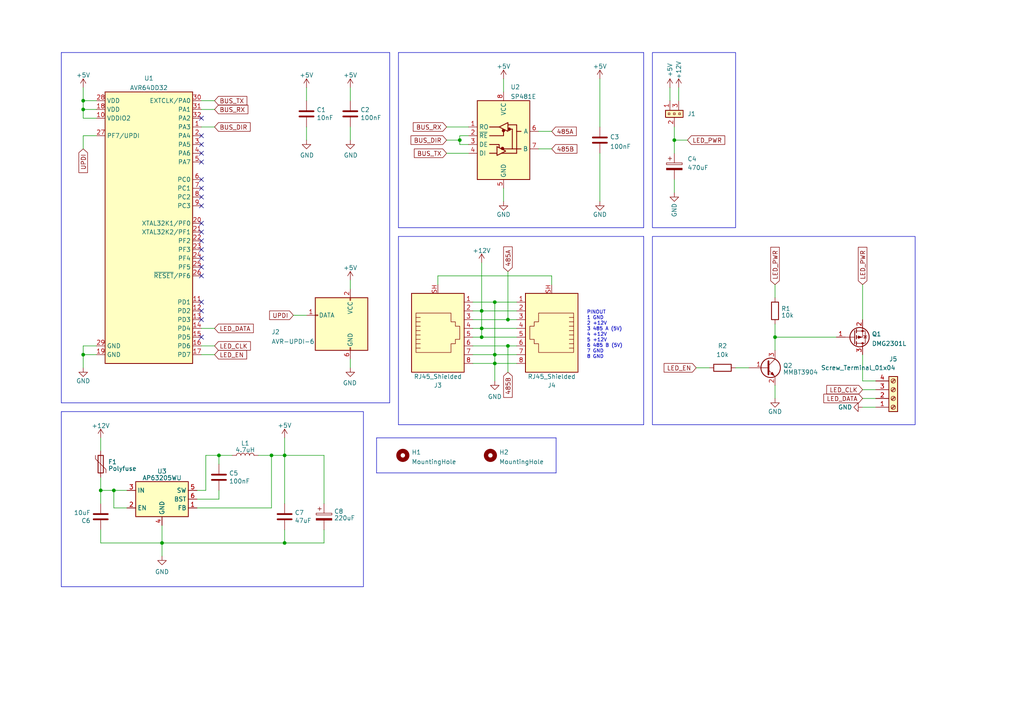
<source format=kicad_sch>
(kicad_sch (version 20230121) (generator eeschema)

  (uuid e63e39d7-6ac0-4ffd-8aa3-1841a4541b55)

  (paper "A4")

  (lib_symbols
    (symbol "Connector:AVR-UPDI-6" (pin_names (offset 1.016)) (in_bom yes) (on_board yes)
      (property "Reference" "J" (at -6.35 8.89 0)
        (effects (font (size 1.27 1.27)) (justify left))
      )
      (property "Value" "AVR-UPDI-6" (at 0 8.89 0)
        (effects (font (size 1.27 1.27)) (justify left))
      )
      (property "Footprint" "" (at -6.35 -1.27 90)
        (effects (font (size 1.27 1.27)) hide)
      )
      (property "Datasheet" "https://www.microchip.com/webdoc/GUID-9D10622A-5C16-4405-B092-1BDD437B4976/index.html?GUID-9B349315-2842-4189-B88C-49F4E1055D7F" (at -32.385 -13.97 0)
        (effects (font (size 1.27 1.27)) hide)
      )
      (property "ki_keywords" "AVR UPDI Connector" (at 0 0 0)
        (effects (font (size 1.27 1.27)) hide)
      )
      (property "ki_description" "Atmel 6-pin UPDI connector" (at 0 0 0)
        (effects (font (size 1.27 1.27)) hide)
      )
      (property "ki_fp_filters" "IDC?Header*2x03* Pin?Header*2x03*" (at 0 0 0)
        (effects (font (size 1.27 1.27)) hide)
      )
      (symbol "AVR-UPDI-6_0_1"
        (rectangle (start -2.667 -6.858) (end -2.413 -7.62)
          (stroke (width 0) (type default))
          (fill (type none))
        )
        (rectangle (start -2.667 7.62) (end -2.413 6.858)
          (stroke (width 0) (type default))
          (fill (type none))
        )
        (rectangle (start 7.62 2.667) (end 6.858 2.413)
          (stroke (width 0) (type default))
          (fill (type none))
        )
        (rectangle (start 7.62 7.62) (end -7.62 -7.62)
          (stroke (width 0.254) (type default))
          (fill (type background))
        )
      )
      (symbol "AVR-UPDI-6_1_1"
        (pin passive line (at 10.16 2.54 180) (length 2.54)
          (name "DATA" (effects (font (size 1.27 1.27))))
          (number "1" (effects (font (size 1.27 1.27))))
        )
        (pin passive line (at -2.54 10.16 270) (length 2.54)
          (name "VCC" (effects (font (size 1.27 1.27))))
          (number "2" (effects (font (size 1.27 1.27))))
        )
        (pin no_connect line (at 7.62 0 180) (length 2.54) hide
          (name "NC" (effects (font (size 1.27 1.27))))
          (number "3" (effects (font (size 1.27 1.27))))
        )
        (pin no_connect line (at 7.62 -2.54 180) (length 2.54) hide
          (name "NC" (effects (font (size 1.27 1.27))))
          (number "4" (effects (font (size 1.27 1.27))))
        )
        (pin no_connect line (at 7.62 -5.08 180) (length 2.54) hide
          (name "NC" (effects (font (size 1.27 1.27))))
          (number "5" (effects (font (size 1.27 1.27))))
        )
        (pin passive line (at -2.54 -10.16 90) (length 2.54)
          (name "GND" (effects (font (size 1.27 1.27))))
          (number "6" (effects (font (size 1.27 1.27))))
        )
      )
    )
    (symbol "Connector:RJ45_Shielded" (pin_names (offset 1.016)) (in_bom yes) (on_board yes)
      (property "Reference" "J" (at -5.08 13.97 0)
        (effects (font (size 1.27 1.27)) (justify right))
      )
      (property "Value" "RJ45_Shielded" (at 2.54 13.97 0)
        (effects (font (size 1.27 1.27)) (justify left))
      )
      (property "Footprint" "" (at 0 0.635 90)
        (effects (font (size 1.27 1.27)) hide)
      )
      (property "Datasheet" "~" (at 0 0.635 90)
        (effects (font (size 1.27 1.27)) hide)
      )
      (property "ki_keywords" "8P8C RJ jack socket connector" (at 0 0 0)
        (effects (font (size 1.27 1.27)) hide)
      )
      (property "ki_description" "RJ connector, 8P8C (8 positions 8 connected), Shielded" (at 0 0 0)
        (effects (font (size 1.27 1.27)) hide)
      )
      (property "ki_fp_filters" "8P8C* RJ31* RJ32* RJ33* RJ34* RJ35* RJ41* RJ45* RJ49* RJ61*" (at 0 0 0)
        (effects (font (size 1.27 1.27)) hide)
      )
      (symbol "RJ45_Shielded_0_1"
        (polyline
          (pts
            (xy -5.08 4.445)
            (xy -6.35 4.445)
          )
          (stroke (width 0) (type default))
          (fill (type none))
        )
        (polyline
          (pts
            (xy -5.08 5.715)
            (xy -6.35 5.715)
          )
          (stroke (width 0) (type default))
          (fill (type none))
        )
        (polyline
          (pts
            (xy -6.35 -3.175)
            (xy -5.08 -3.175)
            (xy -5.08 -3.175)
          )
          (stroke (width 0) (type default))
          (fill (type none))
        )
        (polyline
          (pts
            (xy -6.35 -1.905)
            (xy -5.08 -1.905)
            (xy -5.08 -1.905)
          )
          (stroke (width 0) (type default))
          (fill (type none))
        )
        (polyline
          (pts
            (xy -6.35 -0.635)
            (xy -5.08 -0.635)
            (xy -5.08 -0.635)
          )
          (stroke (width 0) (type default))
          (fill (type none))
        )
        (polyline
          (pts
            (xy -6.35 0.635)
            (xy -5.08 0.635)
            (xy -5.08 0.635)
          )
          (stroke (width 0) (type default))
          (fill (type none))
        )
        (polyline
          (pts
            (xy -6.35 1.905)
            (xy -5.08 1.905)
            (xy -5.08 1.905)
          )
          (stroke (width 0) (type default))
          (fill (type none))
        )
        (polyline
          (pts
            (xy -5.08 3.175)
            (xy -6.35 3.175)
            (xy -6.35 3.175)
          )
          (stroke (width 0) (type default))
          (fill (type none))
        )
        (polyline
          (pts
            (xy -6.35 -4.445)
            (xy -6.35 6.985)
            (xy 3.81 6.985)
            (xy 3.81 4.445)
            (xy 5.08 4.445)
            (xy 5.08 3.175)
            (xy 6.35 3.175)
            (xy 6.35 -0.635)
            (xy 5.08 -0.635)
            (xy 5.08 -1.905)
            (xy 3.81 -1.905)
            (xy 3.81 -4.445)
            (xy -6.35 -4.445)
            (xy -6.35 -4.445)
          )
          (stroke (width 0) (type default))
          (fill (type none))
        )
        (rectangle (start 7.62 12.7) (end -7.62 -10.16)
          (stroke (width 0.254) (type default))
          (fill (type background))
        )
      )
      (symbol "RJ45_Shielded_1_1"
        (pin passive line (at 10.16 -7.62 180) (length 2.54)
          (name "~" (effects (font (size 1.27 1.27))))
          (number "1" (effects (font (size 1.27 1.27))))
        )
        (pin passive line (at 10.16 -5.08 180) (length 2.54)
          (name "~" (effects (font (size 1.27 1.27))))
          (number "2" (effects (font (size 1.27 1.27))))
        )
        (pin passive line (at 10.16 -2.54 180) (length 2.54)
          (name "~" (effects (font (size 1.27 1.27))))
          (number "3" (effects (font (size 1.27 1.27))))
        )
        (pin passive line (at 10.16 0 180) (length 2.54)
          (name "~" (effects (font (size 1.27 1.27))))
          (number "4" (effects (font (size 1.27 1.27))))
        )
        (pin passive line (at 10.16 2.54 180) (length 2.54)
          (name "~" (effects (font (size 1.27 1.27))))
          (number "5" (effects (font (size 1.27 1.27))))
        )
        (pin passive line (at 10.16 5.08 180) (length 2.54)
          (name "~" (effects (font (size 1.27 1.27))))
          (number "6" (effects (font (size 1.27 1.27))))
        )
        (pin passive line (at 10.16 7.62 180) (length 2.54)
          (name "~" (effects (font (size 1.27 1.27))))
          (number "7" (effects (font (size 1.27 1.27))))
        )
        (pin passive line (at 10.16 10.16 180) (length 2.54)
          (name "~" (effects (font (size 1.27 1.27))))
          (number "8" (effects (font (size 1.27 1.27))))
        )
        (pin passive line (at 0 -12.7 90) (length 2.54)
          (name "~" (effects (font (size 1.27 1.27))))
          (number "SH" (effects (font (size 1.27 1.27))))
        )
      )
    )
    (symbol "Connector:Screw_Terminal_01x04" (pin_names (offset 1.016) hide) (in_bom yes) (on_board yes)
      (property "Reference" "J" (at 0 5.08 0)
        (effects (font (size 1.27 1.27)))
      )
      (property "Value" "Screw_Terminal_01x04" (at 0 -7.62 0)
        (effects (font (size 1.27 1.27)))
      )
      (property "Footprint" "" (at 0 0 0)
        (effects (font (size 1.27 1.27)) hide)
      )
      (property "Datasheet" "~" (at 0 0 0)
        (effects (font (size 1.27 1.27)) hide)
      )
      (property "ki_keywords" "screw terminal" (at 0 0 0)
        (effects (font (size 1.27 1.27)) hide)
      )
      (property "ki_description" "Generic screw terminal, single row, 01x04, script generated (kicad-library-utils/schlib/autogen/connector/)" (at 0 0 0)
        (effects (font (size 1.27 1.27)) hide)
      )
      (property "ki_fp_filters" "TerminalBlock*:*" (at 0 0 0)
        (effects (font (size 1.27 1.27)) hide)
      )
      (symbol "Screw_Terminal_01x04_1_1"
        (rectangle (start -1.27 3.81) (end 1.27 -6.35)
          (stroke (width 0.254) (type default))
          (fill (type background))
        )
        (circle (center 0 -5.08) (radius 0.635)
          (stroke (width 0.1524) (type default))
          (fill (type none))
        )
        (circle (center 0 -2.54) (radius 0.635)
          (stroke (width 0.1524) (type default))
          (fill (type none))
        )
        (polyline
          (pts
            (xy -0.5334 -4.7498)
            (xy 0.3302 -5.588)
          )
          (stroke (width 0.1524) (type default))
          (fill (type none))
        )
        (polyline
          (pts
            (xy -0.5334 -2.2098)
            (xy 0.3302 -3.048)
          )
          (stroke (width 0.1524) (type default))
          (fill (type none))
        )
        (polyline
          (pts
            (xy -0.5334 0.3302)
            (xy 0.3302 -0.508)
          )
          (stroke (width 0.1524) (type default))
          (fill (type none))
        )
        (polyline
          (pts
            (xy -0.5334 2.8702)
            (xy 0.3302 2.032)
          )
          (stroke (width 0.1524) (type default))
          (fill (type none))
        )
        (polyline
          (pts
            (xy -0.3556 -4.572)
            (xy 0.508 -5.4102)
          )
          (stroke (width 0.1524) (type default))
          (fill (type none))
        )
        (polyline
          (pts
            (xy -0.3556 -2.032)
            (xy 0.508 -2.8702)
          )
          (stroke (width 0.1524) (type default))
          (fill (type none))
        )
        (polyline
          (pts
            (xy -0.3556 0.508)
            (xy 0.508 -0.3302)
          )
          (stroke (width 0.1524) (type default))
          (fill (type none))
        )
        (polyline
          (pts
            (xy -0.3556 3.048)
            (xy 0.508 2.2098)
          )
          (stroke (width 0.1524) (type default))
          (fill (type none))
        )
        (circle (center 0 0) (radius 0.635)
          (stroke (width 0.1524) (type default))
          (fill (type none))
        )
        (circle (center 0 2.54) (radius 0.635)
          (stroke (width 0.1524) (type default))
          (fill (type none))
        )
        (pin passive line (at -5.08 2.54 0) (length 3.81)
          (name "Pin_1" (effects (font (size 1.27 1.27))))
          (number "1" (effects (font (size 1.27 1.27))))
        )
        (pin passive line (at -5.08 0 0) (length 3.81)
          (name "Pin_2" (effects (font (size 1.27 1.27))))
          (number "2" (effects (font (size 1.27 1.27))))
        )
        (pin passive line (at -5.08 -2.54 0) (length 3.81)
          (name "Pin_3" (effects (font (size 1.27 1.27))))
          (number "3" (effects (font (size 1.27 1.27))))
        )
        (pin passive line (at -5.08 -5.08 0) (length 3.81)
          (name "Pin_4" (effects (font (size 1.27 1.27))))
          (number "4" (effects (font (size 1.27 1.27))))
        )
      )
    )
    (symbol "Device:C" (pin_numbers hide) (pin_names (offset 0.254)) (in_bom yes) (on_board yes)
      (property "Reference" "C" (at 0.635 2.54 0)
        (effects (font (size 1.27 1.27)) (justify left))
      )
      (property "Value" "C" (at 0.635 -2.54 0)
        (effects (font (size 1.27 1.27)) (justify left))
      )
      (property "Footprint" "" (at 0.9652 -3.81 0)
        (effects (font (size 1.27 1.27)) hide)
      )
      (property "Datasheet" "~" (at 0 0 0)
        (effects (font (size 1.27 1.27)) hide)
      )
      (property "ki_keywords" "cap capacitor" (at 0 0 0)
        (effects (font (size 1.27 1.27)) hide)
      )
      (property "ki_description" "Unpolarized capacitor" (at 0 0 0)
        (effects (font (size 1.27 1.27)) hide)
      )
      (property "ki_fp_filters" "C_*" (at 0 0 0)
        (effects (font (size 1.27 1.27)) hide)
      )
      (symbol "C_0_1"
        (polyline
          (pts
            (xy -2.032 -0.762)
            (xy 2.032 -0.762)
          )
          (stroke (width 0.508) (type default))
          (fill (type none))
        )
        (polyline
          (pts
            (xy -2.032 0.762)
            (xy 2.032 0.762)
          )
          (stroke (width 0.508) (type default))
          (fill (type none))
        )
      )
      (symbol "C_1_1"
        (pin passive line (at 0 3.81 270) (length 2.794)
          (name "~" (effects (font (size 1.27 1.27))))
          (number "1" (effects (font (size 1.27 1.27))))
        )
        (pin passive line (at 0 -3.81 90) (length 2.794)
          (name "~" (effects (font (size 1.27 1.27))))
          (number "2" (effects (font (size 1.27 1.27))))
        )
      )
    )
    (symbol "Device:C_Polarized" (pin_numbers hide) (pin_names (offset 0.254)) (in_bom yes) (on_board yes)
      (property "Reference" "C" (at 0.635 2.54 0)
        (effects (font (size 1.27 1.27)) (justify left))
      )
      (property "Value" "C_Polarized" (at 0.635 -2.54 0)
        (effects (font (size 1.27 1.27)) (justify left))
      )
      (property "Footprint" "" (at 0.9652 -3.81 0)
        (effects (font (size 1.27 1.27)) hide)
      )
      (property "Datasheet" "~" (at 0 0 0)
        (effects (font (size 1.27 1.27)) hide)
      )
      (property "ki_keywords" "cap capacitor" (at 0 0 0)
        (effects (font (size 1.27 1.27)) hide)
      )
      (property "ki_description" "Polarized capacitor" (at 0 0 0)
        (effects (font (size 1.27 1.27)) hide)
      )
      (property "ki_fp_filters" "CP_*" (at 0 0 0)
        (effects (font (size 1.27 1.27)) hide)
      )
      (symbol "C_Polarized_0_1"
        (rectangle (start -2.286 0.508) (end 2.286 1.016)
          (stroke (width 0) (type default))
          (fill (type none))
        )
        (polyline
          (pts
            (xy -1.778 2.286)
            (xy -0.762 2.286)
          )
          (stroke (width 0) (type default))
          (fill (type none))
        )
        (polyline
          (pts
            (xy -1.27 2.794)
            (xy -1.27 1.778)
          )
          (stroke (width 0) (type default))
          (fill (type none))
        )
        (rectangle (start 2.286 -0.508) (end -2.286 -1.016)
          (stroke (width 0) (type default))
          (fill (type outline))
        )
      )
      (symbol "C_Polarized_1_1"
        (pin passive line (at 0 3.81 270) (length 2.794)
          (name "~" (effects (font (size 1.27 1.27))))
          (number "1" (effects (font (size 1.27 1.27))))
        )
        (pin passive line (at 0 -3.81 90) (length 2.794)
          (name "~" (effects (font (size 1.27 1.27))))
          (number "2" (effects (font (size 1.27 1.27))))
        )
      )
    )
    (symbol "Device:L" (pin_numbers hide) (pin_names (offset 1.016) hide) (in_bom yes) (on_board yes)
      (property "Reference" "L" (at -1.27 0 90)
        (effects (font (size 1.27 1.27)))
      )
      (property "Value" "L" (at 1.905 0 90)
        (effects (font (size 1.27 1.27)))
      )
      (property "Footprint" "" (at 0 0 0)
        (effects (font (size 1.27 1.27)) hide)
      )
      (property "Datasheet" "~" (at 0 0 0)
        (effects (font (size 1.27 1.27)) hide)
      )
      (property "ki_keywords" "inductor choke coil reactor magnetic" (at 0 0 0)
        (effects (font (size 1.27 1.27)) hide)
      )
      (property "ki_description" "Inductor" (at 0 0 0)
        (effects (font (size 1.27 1.27)) hide)
      )
      (property "ki_fp_filters" "Choke_* *Coil* Inductor_* L_*" (at 0 0 0)
        (effects (font (size 1.27 1.27)) hide)
      )
      (symbol "L_0_1"
        (arc (start 0 -2.54) (mid 0.6323 -1.905) (end 0 -1.27)
          (stroke (width 0) (type default))
          (fill (type none))
        )
        (arc (start 0 -1.27) (mid 0.6323 -0.635) (end 0 0)
          (stroke (width 0) (type default))
          (fill (type none))
        )
        (arc (start 0 0) (mid 0.6323 0.635) (end 0 1.27)
          (stroke (width 0) (type default))
          (fill (type none))
        )
        (arc (start 0 1.27) (mid 0.6323 1.905) (end 0 2.54)
          (stroke (width 0) (type default))
          (fill (type none))
        )
      )
      (symbol "L_1_1"
        (pin passive line (at 0 3.81 270) (length 1.27)
          (name "1" (effects (font (size 1.27 1.27))))
          (number "1" (effects (font (size 1.27 1.27))))
        )
        (pin passive line (at 0 -3.81 90) (length 1.27)
          (name "2" (effects (font (size 1.27 1.27))))
          (number "2" (effects (font (size 1.27 1.27))))
        )
      )
    )
    (symbol "Device:Polyfuse" (pin_numbers hide) (pin_names (offset 0)) (in_bom yes) (on_board yes)
      (property "Reference" "F" (at -2.54 0 90)
        (effects (font (size 1.27 1.27)))
      )
      (property "Value" "Polyfuse" (at 2.54 0 90)
        (effects (font (size 1.27 1.27)))
      )
      (property "Footprint" "" (at 1.27 -5.08 0)
        (effects (font (size 1.27 1.27)) (justify left) hide)
      )
      (property "Datasheet" "~" (at 0 0 0)
        (effects (font (size 1.27 1.27)) hide)
      )
      (property "ki_keywords" "resettable fuse PTC PPTC polyfuse polyswitch" (at 0 0 0)
        (effects (font (size 1.27 1.27)) hide)
      )
      (property "ki_description" "Resettable fuse, polymeric positive temperature coefficient" (at 0 0 0)
        (effects (font (size 1.27 1.27)) hide)
      )
      (property "ki_fp_filters" "*polyfuse* *PTC*" (at 0 0 0)
        (effects (font (size 1.27 1.27)) hide)
      )
      (symbol "Polyfuse_0_1"
        (rectangle (start -0.762 2.54) (end 0.762 -2.54)
          (stroke (width 0.254) (type default))
          (fill (type none))
        )
        (polyline
          (pts
            (xy 0 2.54)
            (xy 0 -2.54)
          )
          (stroke (width 0) (type default))
          (fill (type none))
        )
        (polyline
          (pts
            (xy -1.524 2.54)
            (xy -1.524 1.524)
            (xy 1.524 -1.524)
            (xy 1.524 -2.54)
          )
          (stroke (width 0) (type default))
          (fill (type none))
        )
      )
      (symbol "Polyfuse_1_1"
        (pin passive line (at 0 3.81 270) (length 1.27)
          (name "~" (effects (font (size 1.27 1.27))))
          (number "1" (effects (font (size 1.27 1.27))))
        )
        (pin passive line (at 0 -3.81 90) (length 1.27)
          (name "~" (effects (font (size 1.27 1.27))))
          (number "2" (effects (font (size 1.27 1.27))))
        )
      )
    )
    (symbol "Device:Q_NPN_BEC" (pin_names (offset 0) hide) (in_bom yes) (on_board yes)
      (property "Reference" "Q" (at 5.08 1.27 0)
        (effects (font (size 1.27 1.27)) (justify left))
      )
      (property "Value" "Q_NPN_BEC" (at 5.08 -1.27 0)
        (effects (font (size 1.27 1.27)) (justify left))
      )
      (property "Footprint" "" (at 5.08 2.54 0)
        (effects (font (size 1.27 1.27)) hide)
      )
      (property "Datasheet" "~" (at 0 0 0)
        (effects (font (size 1.27 1.27)) hide)
      )
      (property "ki_keywords" "transistor NPN" (at 0 0 0)
        (effects (font (size 1.27 1.27)) hide)
      )
      (property "ki_description" "NPN transistor, base/emitter/collector" (at 0 0 0)
        (effects (font (size 1.27 1.27)) hide)
      )
      (symbol "Q_NPN_BEC_0_1"
        (polyline
          (pts
            (xy 0.635 0.635)
            (xy 2.54 2.54)
          )
          (stroke (width 0) (type default))
          (fill (type none))
        )
        (polyline
          (pts
            (xy 0.635 -0.635)
            (xy 2.54 -2.54)
            (xy 2.54 -2.54)
          )
          (stroke (width 0) (type default))
          (fill (type none))
        )
        (polyline
          (pts
            (xy 0.635 1.905)
            (xy 0.635 -1.905)
            (xy 0.635 -1.905)
          )
          (stroke (width 0.508) (type default))
          (fill (type none))
        )
        (polyline
          (pts
            (xy 1.27 -1.778)
            (xy 1.778 -1.27)
            (xy 2.286 -2.286)
            (xy 1.27 -1.778)
            (xy 1.27 -1.778)
          )
          (stroke (width 0) (type default))
          (fill (type outline))
        )
        (circle (center 1.27 0) (radius 2.8194)
          (stroke (width 0.254) (type default))
          (fill (type none))
        )
      )
      (symbol "Q_NPN_BEC_1_1"
        (pin input line (at -5.08 0 0) (length 5.715)
          (name "B" (effects (font (size 1.27 1.27))))
          (number "1" (effects (font (size 1.27 1.27))))
        )
        (pin passive line (at 2.54 -5.08 90) (length 2.54)
          (name "E" (effects (font (size 1.27 1.27))))
          (number "2" (effects (font (size 1.27 1.27))))
        )
        (pin passive line (at 2.54 5.08 270) (length 2.54)
          (name "C" (effects (font (size 1.27 1.27))))
          (number "3" (effects (font (size 1.27 1.27))))
        )
      )
    )
    (symbol "Device:R" (pin_numbers hide) (pin_names (offset 0)) (in_bom yes) (on_board yes)
      (property "Reference" "R" (at 2.032 0 90)
        (effects (font (size 1.27 1.27)))
      )
      (property "Value" "R" (at 0 0 90)
        (effects (font (size 1.27 1.27)))
      )
      (property "Footprint" "" (at -1.778 0 90)
        (effects (font (size 1.27 1.27)) hide)
      )
      (property "Datasheet" "~" (at 0 0 0)
        (effects (font (size 1.27 1.27)) hide)
      )
      (property "ki_keywords" "R res resistor" (at 0 0 0)
        (effects (font (size 1.27 1.27)) hide)
      )
      (property "ki_description" "Resistor" (at 0 0 0)
        (effects (font (size 1.27 1.27)) hide)
      )
      (property "ki_fp_filters" "R_*" (at 0 0 0)
        (effects (font (size 1.27 1.27)) hide)
      )
      (symbol "R_0_1"
        (rectangle (start -1.016 -2.54) (end 1.016 2.54)
          (stroke (width 0.254) (type default))
          (fill (type none))
        )
      )
      (symbol "R_1_1"
        (pin passive line (at 0 3.81 270) (length 1.27)
          (name "~" (effects (font (size 1.27 1.27))))
          (number "1" (effects (font (size 1.27 1.27))))
        )
        (pin passive line (at 0 -3.81 90) (length 1.27)
          (name "~" (effects (font (size 1.27 1.27))))
          (number "2" (effects (font (size 1.27 1.27))))
        )
      )
    )
    (symbol "Mechanical:MountingHole" (pin_names (offset 1.016)) (in_bom yes) (on_board yes)
      (property "Reference" "H" (at 0 5.08 0)
        (effects (font (size 1.27 1.27)))
      )
      (property "Value" "MountingHole" (at 0 3.175 0)
        (effects (font (size 1.27 1.27)))
      )
      (property "Footprint" "" (at 0 0 0)
        (effects (font (size 1.27 1.27)) hide)
      )
      (property "Datasheet" "~" (at 0 0 0)
        (effects (font (size 1.27 1.27)) hide)
      )
      (property "ki_keywords" "mounting hole" (at 0 0 0)
        (effects (font (size 1.27 1.27)) hide)
      )
      (property "ki_description" "Mounting Hole without connection" (at 0 0 0)
        (effects (font (size 1.27 1.27)) hide)
      )
      (property "ki_fp_filters" "MountingHole*" (at 0 0 0)
        (effects (font (size 1.27 1.27)) hide)
      )
      (symbol "MountingHole_0_1"
        (circle (center 0 0) (radius 1.27)
          (stroke (width 1.27) (type default))
          (fill (type none))
        )
      )
    )
    (symbol "Regulator_Switching:AP63205WU" (in_bom yes) (on_board yes)
      (property "Reference" "U" (at -7.62 6.35 0)
        (effects (font (size 1.27 1.27)))
      )
      (property "Value" "AP63205WU" (at 2.54 6.35 0)
        (effects (font (size 1.27 1.27)))
      )
      (property "Footprint" "Package_TO_SOT_SMD:TSOT-23-6" (at 0 -22.86 0)
        (effects (font (size 1.27 1.27)) hide)
      )
      (property "Datasheet" "https://www.diodes.com/assets/Datasheets/AP63200-AP63201-AP63203-AP63205.pdf" (at 0 0 0)
        (effects (font (size 1.27 1.27)) hide)
      )
      (property "ki_keywords" "2A Buck DC/DC" (at 0 0 0)
        (effects (font (size 1.27 1.27)) hide)
      )
      (property "ki_description" "2A, 1.1MHz Buck DC/DC Converter, fixed 5.0V output voltage, TSOT-23-6" (at 0 0 0)
        (effects (font (size 1.27 1.27)) hide)
      )
      (property "ki_fp_filters" "TSOT?23*" (at 0 0 0)
        (effects (font (size 1.27 1.27)) hide)
      )
      (symbol "AP63205WU_0_1"
        (rectangle (start -7.62 5.08) (end 7.62 -5.08)
          (stroke (width 0.254) (type default))
          (fill (type background))
        )
      )
      (symbol "AP63205WU_1_1"
        (pin input line (at 10.16 -2.54 180) (length 2.54)
          (name "FB" (effects (font (size 1.27 1.27))))
          (number "1" (effects (font (size 1.27 1.27))))
        )
        (pin input line (at -10.16 -2.54 0) (length 2.54)
          (name "EN" (effects (font (size 1.27 1.27))))
          (number "2" (effects (font (size 1.27 1.27))))
        )
        (pin power_in line (at -10.16 2.54 0) (length 2.54)
          (name "IN" (effects (font (size 1.27 1.27))))
          (number "3" (effects (font (size 1.27 1.27))))
        )
        (pin power_in line (at 0 -7.62 90) (length 2.54)
          (name "GND" (effects (font (size 1.27 1.27))))
          (number "4" (effects (font (size 1.27 1.27))))
        )
        (pin output line (at 10.16 2.54 180) (length 2.54)
          (name "SW" (effects (font (size 1.27 1.27))))
          (number "5" (effects (font (size 1.27 1.27))))
        )
        (pin passive line (at 10.16 0 180) (length 2.54)
          (name "BST" (effects (font (size 1.27 1.27))))
          (number "6" (effects (font (size 1.27 1.27))))
        )
      )
    )
    (symbol "Transistor_FET:DMG2301L" (pin_names hide) (in_bom yes) (on_board yes)
      (property "Reference" "Q" (at 5.08 1.905 0)
        (effects (font (size 1.27 1.27)) (justify left))
      )
      (property "Value" "DMG2301L" (at 5.08 0 0)
        (effects (font (size 1.27 1.27)) (justify left))
      )
      (property "Footprint" "Package_TO_SOT_SMD:SOT-23" (at 5.08 -1.905 0)
        (effects (font (size 1.27 1.27) italic) (justify left) hide)
      )
      (property "Datasheet" "https://www.diodes.com/assets/Datasheets/DMG2301L.pdf" (at 0 0 0)
        (effects (font (size 1.27 1.27)) (justify left) hide)
      )
      (property "ki_keywords" "P-Channel MOSFET" (at 0 0 0)
        (effects (font (size 1.27 1.27)) hide)
      )
      (property "ki_description" "-3A Id, -20V Vds, P-Channel MOSFET, SOT-23" (at 0 0 0)
        (effects (font (size 1.27 1.27)) hide)
      )
      (property "ki_fp_filters" "SOT?23*" (at 0 0 0)
        (effects (font (size 1.27 1.27)) hide)
      )
      (symbol "DMG2301L_0_1"
        (polyline
          (pts
            (xy 0.254 0)
            (xy -2.54 0)
          )
          (stroke (width 0) (type default))
          (fill (type none))
        )
        (polyline
          (pts
            (xy 0.254 1.905)
            (xy 0.254 -1.905)
          )
          (stroke (width 0.254) (type default))
          (fill (type none))
        )
        (polyline
          (pts
            (xy 0.762 -1.27)
            (xy 0.762 -2.286)
          )
          (stroke (width 0.254) (type default))
          (fill (type none))
        )
        (polyline
          (pts
            (xy 0.762 0.508)
            (xy 0.762 -0.508)
          )
          (stroke (width 0.254) (type default))
          (fill (type none))
        )
        (polyline
          (pts
            (xy 0.762 2.286)
            (xy 0.762 1.27)
          )
          (stroke (width 0.254) (type default))
          (fill (type none))
        )
        (polyline
          (pts
            (xy 2.54 2.54)
            (xy 2.54 1.778)
          )
          (stroke (width 0) (type default))
          (fill (type none))
        )
        (polyline
          (pts
            (xy 2.54 -2.54)
            (xy 2.54 0)
            (xy 0.762 0)
          )
          (stroke (width 0) (type default))
          (fill (type none))
        )
        (polyline
          (pts
            (xy 0.762 1.778)
            (xy 3.302 1.778)
            (xy 3.302 -1.778)
            (xy 0.762 -1.778)
          )
          (stroke (width 0) (type default))
          (fill (type none))
        )
        (polyline
          (pts
            (xy 2.286 0)
            (xy 1.27 0.381)
            (xy 1.27 -0.381)
            (xy 2.286 0)
          )
          (stroke (width 0) (type default))
          (fill (type outline))
        )
        (polyline
          (pts
            (xy 2.794 -0.508)
            (xy 2.921 -0.381)
            (xy 3.683 -0.381)
            (xy 3.81 -0.254)
          )
          (stroke (width 0) (type default))
          (fill (type none))
        )
        (polyline
          (pts
            (xy 3.302 -0.381)
            (xy 2.921 0.254)
            (xy 3.683 0.254)
            (xy 3.302 -0.381)
          )
          (stroke (width 0) (type default))
          (fill (type none))
        )
        (circle (center 1.651 0) (radius 2.794)
          (stroke (width 0.254) (type default))
          (fill (type none))
        )
        (circle (center 2.54 -1.778) (radius 0.254)
          (stroke (width 0) (type default))
          (fill (type outline))
        )
        (circle (center 2.54 1.778) (radius 0.254)
          (stroke (width 0) (type default))
          (fill (type outline))
        )
      )
      (symbol "DMG2301L_1_1"
        (pin input line (at -5.08 0 0) (length 2.54)
          (name "G" (effects (font (size 1.27 1.27))))
          (number "1" (effects (font (size 1.27 1.27))))
        )
        (pin passive line (at 2.54 -5.08 90) (length 2.54)
          (name "S" (effects (font (size 1.27 1.27))))
          (number "2" (effects (font (size 1.27 1.27))))
        )
        (pin passive line (at 2.54 5.08 270) (length 2.54)
          (name "D" (effects (font (size 1.27 1.27))))
          (number "3" (effects (font (size 1.27 1.27))))
        )
      )
    )
    (symbol "kiu:1x03_Jumper" (in_bom yes) (on_board yes)
      (property "Reference" "J" (at 3.81 0 0)
        (effects (font (size 1.27 1.27)))
      )
      (property "Value" "1x03_Jumper" (at 11.43 0 0)
        (effects (font (size 1.27 1.27)) hide)
      )
      (property "Footprint" "" (at 0 0 0)
        (effects (font (size 1.27 1.27)) hide)
      )
      (property "Datasheet" "" (at 0 0 0)
        (effects (font (size 1.27 1.27)) hide)
      )
      (symbol "1x03_Jumper_0_1"
        (rectangle (start -1.778 0.254) (end -1.27 -0.254)
          (stroke (width 0.1524) (type default))
          (fill (type none))
        )
        (rectangle (start -0.254 0.254) (end 0.254 -0.254)
          (stroke (width 0.1524) (type default))
          (fill (type none))
        )
        (rectangle (start 1.27 0.254) (end 1.778 -0.254)
          (stroke (width 0.1524) (type default))
          (fill (type none))
        )
      )
      (symbol "1x03_Jumper_1_1"
        (rectangle (start -2.54 1.016) (end 2.54 -1.016)
          (stroke (width 0.254) (type default))
          (fill (type background))
        )
        (pin passive line (at 1.27 -3.81 90) (length 2.79)
          (name "" (effects (font (size 1.27 1.27))))
          (number "1" (effects (font (size 1.27 1.27))))
        )
        (pin passive line (at 0 3.81 270) (length 2.79)
          (name "" (effects (font (size 1.27 1.27))))
          (number "2" (effects (font (size 1.27 1.27))))
        )
        (pin passive line (at -1.27 -3.81 90) (length 2.79)
          (name "" (effects (font (size 1.27 1.27))))
          (number "3" (effects (font (size 1.27 1.27))))
        )
      )
    )
    (symbol "kiu:AVR64DD32" (in_bom yes) (on_board yes)
      (property "Reference" "U" (at -12.7 -19.05 0)
        (effects (font (size 1.27 1.27)))
      )
      (property "Value" "AVR64DD32" (at 7.62 -19.05 0)
        (effects (font (size 1.27 1.27)))
      )
      (property "Footprint" "" (at 0 0 0)
        (effects (font (size 1.27 1.27)) hide)
      )
      (property "Datasheet" "" (at 0 0 0)
        (effects (font (size 1.27 1.27)) hide)
      )
      (symbol "AVR64DD32_0_1"
        (rectangle (start -12.7 -20.32) (end 12.7 -99.06)
          (stroke (width 0.254) (type default))
          (fill (type background))
        )
      )
      (symbol "AVR64DD32_1_1"
        (pin bidirectional line (at 15.24 -30.48 180) (length 2.54)
          (name "PA3" (effects (font (size 1.27 1.27))))
          (number "1" (effects (font (size 1.27 1.27))))
        )
        (pin power_in line (at -15.24 -27.94 0) (length 2.54)
          (name "VDDIO2" (effects (font (size 1.27 1.27))))
          (number "10" (effects (font (size 1.27 1.27))))
        )
        (pin bidirectional line (at 15.24 -81.28 180) (length 2.54)
          (name "PD1" (effects (font (size 1.27 1.27))))
          (number "11" (effects (font (size 1.27 1.27))))
        )
        (pin bidirectional line (at 15.24 -83.82 180) (length 2.54)
          (name "PD2" (effects (font (size 1.27 1.27))))
          (number "12" (effects (font (size 1.27 1.27))))
        )
        (pin bidirectional line (at 15.24 -86.36 180) (length 2.54)
          (name "PD3" (effects (font (size 1.27 1.27))))
          (number "13" (effects (font (size 1.27 1.27))))
        )
        (pin bidirectional line (at 15.24 -88.9 180) (length 2.54)
          (name "PD4" (effects (font (size 1.27 1.27))))
          (number "14" (effects (font (size 1.27 1.27))))
        )
        (pin bidirectional line (at 15.24 -91.44 180) (length 2.54)
          (name "PD5" (effects (font (size 1.27 1.27))))
          (number "15" (effects (font (size 1.27 1.27))))
        )
        (pin bidirectional line (at 15.24 -93.98 180) (length 2.54)
          (name "PD6" (effects (font (size 1.27 1.27))))
          (number "16" (effects (font (size 1.27 1.27))))
        )
        (pin bidirectional line (at 15.24 -96.52 180) (length 2.54)
          (name "PD7" (effects (font (size 1.27 1.27))))
          (number "17" (effects (font (size 1.27 1.27))))
        )
        (pin power_in line (at -15.24 -25.4 0) (length 2.54)
          (name "VDD" (effects (font (size 1.27 1.27))))
          (number "18" (effects (font (size 1.27 1.27))))
        )
        (pin power_in line (at -15.24 -96.52 0) (length 2.54)
          (name "GND" (effects (font (size 1.27 1.27))))
          (number "19" (effects (font (size 1.27 1.27))))
        )
        (pin bidirectional line (at 15.24 -33.02 180) (length 2.54)
          (name "PA4" (effects (font (size 1.27 1.27))))
          (number "2" (effects (font (size 1.27 1.27))))
        )
        (pin bidirectional line (at 15.24 -58.42 180) (length 2.54)
          (name "XTAL32K1/PF0" (effects (font (size 1.27 1.27))))
          (number "20" (effects (font (size 1.27 1.27))))
        )
        (pin bidirectional line (at 15.24 -60.96 180) (length 2.54)
          (name "XTAL32K2/PF1" (effects (font (size 1.27 1.27))))
          (number "21" (effects (font (size 1.27 1.27))))
        )
        (pin bidirectional line (at 15.24 -63.5 180) (length 2.54)
          (name "PF2" (effects (font (size 1.27 1.27))))
          (number "22" (effects (font (size 1.27 1.27))))
        )
        (pin bidirectional line (at 15.24 -66.04 180) (length 2.54)
          (name "PF3" (effects (font (size 1.27 1.27))))
          (number "23" (effects (font (size 1.27 1.27))))
        )
        (pin bidirectional line (at 15.24 -68.58 180) (length 2.54)
          (name "PF4" (effects (font (size 1.27 1.27))))
          (number "24" (effects (font (size 1.27 1.27))))
        )
        (pin bidirectional line (at 15.24 -71.12 180) (length 2.54)
          (name "PF5" (effects (font (size 1.27 1.27))))
          (number "25" (effects (font (size 1.27 1.27))))
        )
        (pin input line (at 15.24 -73.66 180) (length 2.54)
          (name "~{RESET}/PF6" (effects (font (size 1.27 1.27))))
          (number "26" (effects (font (size 1.27 1.27))))
        )
        (pin bidirectional line (at -15.24 -33.02 0) (length 2.54)
          (name "PF7/UPDI" (effects (font (size 1.27 1.27))))
          (number "27" (effects (font (size 1.27 1.27))))
        )
        (pin power_in line (at -15.24 -22.86 0) (length 2.54)
          (name "VDD" (effects (font (size 1.27 1.27))))
          (number "28" (effects (font (size 1.27 1.27))))
        )
        (pin power_in line (at -15.24 -93.98 0) (length 2.54)
          (name "GND" (effects (font (size 1.27 1.27))))
          (number "29" (effects (font (size 1.27 1.27))))
        )
        (pin bidirectional line (at 15.24 -35.56 180) (length 2.54)
          (name "PA5" (effects (font (size 1.27 1.27))))
          (number "3" (effects (font (size 1.27 1.27))))
        )
        (pin bidirectional line (at 15.24 -22.86 180) (length 2.54)
          (name "EXTCLK/PA0" (effects (font (size 1.27 1.27))))
          (number "30" (effects (font (size 1.27 1.27))))
        )
        (pin bidirectional line (at 15.24 -25.4 180) (length 2.54)
          (name "PA1" (effects (font (size 1.27 1.27))))
          (number "31" (effects (font (size 1.27 1.27))))
        )
        (pin bidirectional line (at 15.24 -27.94 180) (length 2.54)
          (name "PA2" (effects (font (size 1.27 1.27))))
          (number "32" (effects (font (size 1.27 1.27))))
        )
        (pin bidirectional line (at 15.24 -38.1 180) (length 2.54)
          (name "PA6" (effects (font (size 1.27 1.27))))
          (number "4" (effects (font (size 1.27 1.27))))
        )
        (pin bidirectional line (at 15.24 -40.64 180) (length 2.54)
          (name "PA7" (effects (font (size 1.27 1.27))))
          (number "5" (effects (font (size 1.27 1.27))))
        )
        (pin bidirectional line (at 15.24 -45.72 180) (length 2.54)
          (name "PC0" (effects (font (size 1.27 1.27))))
          (number "6" (effects (font (size 1.27 1.27))))
        )
        (pin bidirectional line (at 15.24 -48.26 180) (length 2.54)
          (name "PC1" (effects (font (size 1.27 1.27))))
          (number "7" (effects (font (size 1.27 1.27))))
        )
        (pin bidirectional line (at 15.24 -50.8 180) (length 2.54)
          (name "PC2" (effects (font (size 1.27 1.27))))
          (number "8" (effects (font (size 1.27 1.27))))
        )
        (pin bidirectional line (at 15.24 -53.34 180) (length 2.54)
          (name "PC3" (effects (font (size 1.27 1.27))))
          (number "9" (effects (font (size 1.27 1.27))))
        )
      )
    )
    (symbol "kiu:SP481E" (in_bom yes) (on_board yes)
      (property "Reference" "U" (at 3.81 12.7 0)
        (effects (font (size 1.27 1.27)))
      )
      (property "Value" "SP481E" (at 7.62 -12.7 0)
        (effects (font (size 1.27 1.27)) (justify right))
      )
      (property "Footprint" "" (at 0 0 0)
        (effects (font (size 1.27 1.27)) hide)
      )
      (property "Datasheet" "" (at 0 0 0)
        (effects (font (size 1.27 1.27)) hide)
      )
      (symbol "SP481E_0_1"
        (rectangle (start -7.62 11.43) (end 7.62 -11.43)
          (stroke (width 0.254) (type default))
          (fill (type background))
        )
        (circle (center -0.3048 -2.413) (radius 0.3556)
          (stroke (width 0.254) (type default))
          (fill (type outline))
        )
        (circle (center -0.0254 2.7686) (radius 0.3556)
          (stroke (width 0.254) (type default))
          (fill (type outline))
        )
        (polyline
          (pts
            (xy -4.064 -3.81)
            (xy -1.905 -3.81)
          )
          (stroke (width 0.254) (type default))
          (fill (type none))
        )
        (polyline
          (pts
            (xy -4.064 3.81)
            (xy -1.27 3.81)
          )
          (stroke (width 0.254) (type default))
          (fill (type none))
        )
        (polyline
          (pts
            (xy -1.27 -1.9304)
            (xy -1.27 -2.1844)
          )
          (stroke (width 0.254) (type default))
          (fill (type none))
        )
        (polyline
          (pts
            (xy -0.635 -3.81)
            (xy 3.81 -3.81)
          )
          (stroke (width 0.254) (type default))
          (fill (type none))
        )
        (polyline
          (pts
            (xy 1.27 3.175)
            (xy 2.54 3.175)
          )
          (stroke (width 0.254) (type default))
          (fill (type none))
        )
        (polyline
          (pts
            (xy 2.54 -2.54)
            (xy 5.08 -2.54)
          )
          (stroke (width 0.254) (type default))
          (fill (type none))
        )
        (polyline
          (pts
            (xy 3.81 2.54)
            (xy 5.08 2.54)
          )
          (stroke (width 0.254) (type default))
          (fill (type none))
        )
        (polyline
          (pts
            (xy -4.064 -1.27)
            (xy -1.27 -1.27)
            (xy -1.27 -1.905)
          )
          (stroke (width 0.254) (type default))
          (fill (type none))
        )
        (polyline
          (pts
            (xy 0 2.54)
            (xy 0 1.27)
            (xy -4.064 1.27)
          )
          (stroke (width 0.254) (type default))
          (fill (type none))
        )
        (polyline
          (pts
            (xy 1.27 4.445)
            (xy 3.81 4.445)
            (xy 3.81 -3.81)
          )
          (stroke (width 0.254) (type default))
          (fill (type none))
        )
        (polyline
          (pts
            (xy 2.54 3.175)
            (xy 2.54 -2.54)
            (xy 0 -2.54)
          )
          (stroke (width 0.254) (type default))
          (fill (type none))
        )
        (polyline
          (pts
            (xy -1.905 -1.905)
            (xy -1.905 -4.445)
            (xy 0.635 -3.175)
            (xy -1.905 -1.905)
          )
          (stroke (width 0.254) (type default))
          (fill (type none))
        )
        (polyline
          (pts
            (xy -1.27 3.81)
            (xy 1.27 5.08)
            (xy 1.27 2.54)
            (xy -1.27 3.81)
          )
          (stroke (width 0.254) (type default))
          (fill (type none))
        )
        (rectangle (start 1.27 4.445) (end 1.27 4.445)
          (stroke (width 0) (type default))
          (fill (type none))
        )
        (circle (center 1.651 3.175) (radius 0.3556)
          (stroke (width 0.254) (type default))
          (fill (type outline))
        )
      )
      (symbol "SP481E_1_1"
        (pin output line (at -10.16 3.81 0) (length 2.54)
          (name "RO" (effects (font (size 1.27 1.27))))
          (number "1" (effects (font (size 1.27 1.27))))
        )
        (pin input line (at -10.16 1.27 0) (length 2.54)
          (name "~{RE}" (effects (font (size 1.27 1.27))))
          (number "2" (effects (font (size 1.27 1.27))))
        )
        (pin input line (at -10.16 -1.27 0) (length 2.54)
          (name "DE" (effects (font (size 1.27 1.27))))
          (number "3" (effects (font (size 1.27 1.27))))
        )
        (pin input line (at -10.16 -3.81 0) (length 2.54)
          (name "DI" (effects (font (size 1.27 1.27))))
          (number "4" (effects (font (size 1.27 1.27))))
        )
        (pin power_in line (at 0 -13.97 90) (length 2.54)
          (name "GND" (effects (font (size 1.27 1.27))))
          (number "5" (effects (font (size 1.27 1.27))))
        )
        (pin bidirectional line (at 10.16 2.54 180) (length 2.54)
          (name "A" (effects (font (size 1.27 1.27))))
          (number "6" (effects (font (size 1.27 1.27))))
        )
        (pin bidirectional line (at 10.16 -2.54 180) (length 2.54)
          (name "B" (effects (font (size 1.27 1.27))))
          (number "7" (effects (font (size 1.27 1.27))))
        )
        (pin power_in line (at 0 13.97 270) (length 2.54)
          (name "VCC" (effects (font (size 1.27 1.27))))
          (number "8" (effects (font (size 1.27 1.27))))
        )
      )
    )
    (symbol "power:+12V" (power) (pin_names (offset 0)) (in_bom yes) (on_board yes)
      (property "Reference" "#PWR" (at 0 -3.81 0)
        (effects (font (size 1.27 1.27)) hide)
      )
      (property "Value" "+12V" (at 0 3.556 0)
        (effects (font (size 1.27 1.27)))
      )
      (property "Footprint" "" (at 0 0 0)
        (effects (font (size 1.27 1.27)) hide)
      )
      (property "Datasheet" "" (at 0 0 0)
        (effects (font (size 1.27 1.27)) hide)
      )
      (property "ki_keywords" "global power" (at 0 0 0)
        (effects (font (size 1.27 1.27)) hide)
      )
      (property "ki_description" "Power symbol creates a global label with name \"+12V\"" (at 0 0 0)
        (effects (font (size 1.27 1.27)) hide)
      )
      (symbol "+12V_0_1"
        (polyline
          (pts
            (xy -0.762 1.27)
            (xy 0 2.54)
          )
          (stroke (width 0) (type default))
          (fill (type none))
        )
        (polyline
          (pts
            (xy 0 0)
            (xy 0 2.54)
          )
          (stroke (width 0) (type default))
          (fill (type none))
        )
        (polyline
          (pts
            (xy 0 2.54)
            (xy 0.762 1.27)
          )
          (stroke (width 0) (type default))
          (fill (type none))
        )
      )
      (symbol "+12V_1_1"
        (pin power_in line (at 0 0 90) (length 0) hide
          (name "+12V" (effects (font (size 1.27 1.27))))
          (number "1" (effects (font (size 1.27 1.27))))
        )
      )
    )
    (symbol "power:+5V" (power) (pin_names (offset 0)) (in_bom yes) (on_board yes)
      (property "Reference" "#PWR" (at 0 -3.81 0)
        (effects (font (size 1.27 1.27)) hide)
      )
      (property "Value" "+5V" (at 0 3.556 0)
        (effects (font (size 1.27 1.27)))
      )
      (property "Footprint" "" (at 0 0 0)
        (effects (font (size 1.27 1.27)) hide)
      )
      (property "Datasheet" "" (at 0 0 0)
        (effects (font (size 1.27 1.27)) hide)
      )
      (property "ki_keywords" "global power" (at 0 0 0)
        (effects (font (size 1.27 1.27)) hide)
      )
      (property "ki_description" "Power symbol creates a global label with name \"+5V\"" (at 0 0 0)
        (effects (font (size 1.27 1.27)) hide)
      )
      (symbol "+5V_0_1"
        (polyline
          (pts
            (xy -0.762 1.27)
            (xy 0 2.54)
          )
          (stroke (width 0) (type default))
          (fill (type none))
        )
        (polyline
          (pts
            (xy 0 0)
            (xy 0 2.54)
          )
          (stroke (width 0) (type default))
          (fill (type none))
        )
        (polyline
          (pts
            (xy 0 2.54)
            (xy 0.762 1.27)
          )
          (stroke (width 0) (type default))
          (fill (type none))
        )
      )
      (symbol "+5V_1_1"
        (pin power_in line (at 0 0 90) (length 0) hide
          (name "+5V" (effects (font (size 1.27 1.27))))
          (number "1" (effects (font (size 1.27 1.27))))
        )
      )
    )
    (symbol "power:GND" (power) (pin_names (offset 0)) (in_bom yes) (on_board yes)
      (property "Reference" "#PWR" (at 0 -6.35 0)
        (effects (font (size 1.27 1.27)) hide)
      )
      (property "Value" "GND" (at 0 -3.81 0)
        (effects (font (size 1.27 1.27)))
      )
      (property "Footprint" "" (at 0 0 0)
        (effects (font (size 1.27 1.27)) hide)
      )
      (property "Datasheet" "" (at 0 0 0)
        (effects (font (size 1.27 1.27)) hide)
      )
      (property "ki_keywords" "global power" (at 0 0 0)
        (effects (font (size 1.27 1.27)) hide)
      )
      (property "ki_description" "Power symbol creates a global label with name \"GND\" , ground" (at 0 0 0)
        (effects (font (size 1.27 1.27)) hide)
      )
      (symbol "GND_0_1"
        (polyline
          (pts
            (xy 0 0)
            (xy 0 -1.27)
            (xy 1.27 -1.27)
            (xy 0 -2.54)
            (xy -1.27 -1.27)
            (xy 0 -1.27)
          )
          (stroke (width 0) (type default))
          (fill (type none))
        )
      )
      (symbol "GND_1_1"
        (pin power_in line (at 0 0 270) (length 0) hide
          (name "GND" (effects (font (size 1.27 1.27))))
          (number "1" (effects (font (size 1.27 1.27))))
        )
      )
    )
  )

  (junction (at 195.58 40.64) (diameter 0) (color 0 0 0 0)
    (uuid 01d613b7-83d7-4ca9-9136-fc4f15526ce5)
  )
  (junction (at 147.32 92.71) (diameter 0) (color 0 0 0 0)
    (uuid 0d3137a4-44a4-42d3-b334-69c1234049ee)
  )
  (junction (at 78.74 132.08) (diameter 0) (color 0 0 0 0)
    (uuid 0d916742-a065-4403-9c2e-003359e14081)
  )
  (junction (at 24.13 31.75) (diameter 0) (color 0 0 0 0)
    (uuid 2387d6cb-be7c-4b05-a880-c9ba65f91b44)
  )
  (junction (at 29.21 142.24) (diameter 0) (color 0 0 0 0)
    (uuid 2cd4ad4e-62ee-4339-bea3-a1d3a28c6bb4)
  )
  (junction (at 63.5 132.08) (diameter 0) (color 0 0 0 0)
    (uuid 3e221750-2ec6-4598-9414-698ded370275)
  )
  (junction (at 139.7 95.25) (diameter 0) (color 0 0 0 0)
    (uuid 47258bce-14e8-426d-808e-78d959ae01ea)
  )
  (junction (at 143.51 105.41) (diameter 0) (color 0 0 0 0)
    (uuid 4dea78e9-fe16-4455-9116-7d95b3ebf788)
  )
  (junction (at 133.35 40.64) (diameter 0) (color 0 0 0 0)
    (uuid 4e2a02eb-1fda-4880-b78c-67749feb9015)
  )
  (junction (at 24.13 102.87) (diameter 0) (color 0 0 0 0)
    (uuid 5a2c8042-d8c7-4384-b144-b6739048854a)
  )
  (junction (at 24.13 29.21) (diameter 0) (color 0 0 0 0)
    (uuid 5cb16bbb-f11a-4121-8c91-b548e1b69ab0)
  )
  (junction (at 143.51 102.87) (diameter 0) (color 0 0 0 0)
    (uuid 6860606d-84f5-4e52-b038-31d65171736f)
  )
  (junction (at 224.79 97.79) (diameter 0) (color 0 0 0 0)
    (uuid 701f9e0b-5c99-436f-a0b1-7bb883c06c1a)
  )
  (junction (at 139.7 90.17) (diameter 0) (color 0 0 0 0)
    (uuid 811c6c75-a135-4d07-8a48-fb7ea2fdc989)
  )
  (junction (at 139.7 97.79) (diameter 0) (color 0 0 0 0)
    (uuid 8751ce08-fc21-4b31-b07e-b4926d8d0b2f)
  )
  (junction (at 82.55 157.48) (diameter 0) (color 0 0 0 0)
    (uuid 933a7462-5139-44db-8262-50cf21cc5fbc)
  )
  (junction (at 82.55 132.08) (diameter 0) (color 0 0 0 0)
    (uuid bc4b5db1-7a9f-40a9-bc77-5b05c8c2ca0d)
  )
  (junction (at 147.32 100.33) (diameter 0) (color 0 0 0 0)
    (uuid e261feb2-0bca-466e-aa5f-df4637c7628d)
  )
  (junction (at 143.51 87.63) (diameter 0) (color 0 0 0 0)
    (uuid ecc7ac78-8446-4f3c-9f98-b29634345345)
  )
  (junction (at 46.99 157.48) (diameter 0) (color 0 0 0 0)
    (uuid f32ccb67-3c62-4790-91b4-6971c91a81c4)
  )
  (junction (at 33.02 142.24) (diameter 0) (color 0 0 0 0)
    (uuid f9c1f9c9-7025-4f9f-b70a-ec67ad990f2c)
  )

  (no_connect (at 58.42 80.01) (uuid 07c1a101-695b-4469-95e1-1934f6365176))
  (no_connect (at 58.42 39.37) (uuid 12dffce2-8a17-4820-8e9a-625c3615257d))
  (no_connect (at 58.42 87.63) (uuid 1a2a440e-d500-478d-99ed-0cd7a41dc636))
  (no_connect (at 58.42 77.47) (uuid 2cee2e03-8ea5-4c27-bea2-75fd7ef16880))
  (no_connect (at 58.42 69.85) (uuid 2cee2e03-8ea5-4c27-bea2-75fd7ef16882))
  (no_connect (at 58.42 74.93) (uuid 2cee2e03-8ea5-4c27-bea2-75fd7ef16883))
  (no_connect (at 58.42 72.39) (uuid 2cee2e03-8ea5-4c27-bea2-75fd7ef16886))
  (no_connect (at 58.42 46.99) (uuid 2cee2e03-8ea5-4c27-bea2-75fd7ef16887))
  (no_connect (at 58.42 41.91) (uuid 2cee2e03-8ea5-4c27-bea2-75fd7ef1688a))
  (no_connect (at 58.42 44.45) (uuid 39fac7b4-551a-4e32-a174-c762786b2858))
  (no_connect (at 58.42 57.15) (uuid 4aa0606f-5ea5-48dd-b247-12bbba886a4c))
  (no_connect (at 58.42 92.71) (uuid 66396b7c-0d87-4b6f-b930-adc417303a23))
  (no_connect (at 58.42 97.79) (uuid 666d3ecd-b83d-4d04-b1a7-0392e67f7332))
  (no_connect (at 58.42 54.61) (uuid 6bb255d7-5b9f-4a90-aaba-1b2915ab30fa))
  (no_connect (at 58.42 34.29) (uuid 8fba1cea-5046-41b6-b503-7ee72b1eb4af))
  (no_connect (at 58.42 64.77) (uuid 97ca3968-c5bb-4d9c-83b0-19e8dad31a59))
  (no_connect (at 58.42 67.31) (uuid b1e5e147-6379-4ec1-94c0-d8825cc23e54))
  (no_connect (at 58.42 59.69) (uuid b7a96c64-df25-4781-867b-63bd593a7600))
  (no_connect (at 58.42 52.07) (uuid da20c137-4b25-4748-95e8-06cdb2480702))
  (no_connect (at 58.42 90.17) (uuid f2975c6b-20ed-4f0a-bf1c-7e23e7208972))

  (wire (pts (xy 143.51 87.63) (xy 149.86 87.63))
    (stroke (width 0) (type default))
    (uuid 00995fd2-315c-4fb7-b0d7-c7fc97a14352)
  )
  (wire (pts (xy 88.9 25.4) (xy 88.9 29.21))
    (stroke (width 0) (type default))
    (uuid 01133677-f2ab-4e5a-b884-52195507f69e)
  )
  (wire (pts (xy 101.6 36.83) (xy 101.6 40.64))
    (stroke (width 0) (type default))
    (uuid 039b7c37-f901-4b62-95ee-5eb173cc1aae)
  )
  (polyline (pts (xy 115.57 15.24) (xy 115.57 66.04))
    (stroke (width 0) (type default))
    (uuid 05a63063-d767-475d-92fb-6e88c4fcab57)
  )

  (wire (pts (xy 254 113.03) (xy 250.19 113.03))
    (stroke (width 0) (type default))
    (uuid 05edb158-a563-4d7b-8a79-4f3f014a802f)
  )
  (polyline (pts (xy 161.29 137.16) (xy 161.29 127))
    (stroke (width 0) (type default))
    (uuid 0ce3f431-f2f6-4b39-a635-a3cb8101c61a)
  )

  (wire (pts (xy 33.02 147.32) (xy 33.02 142.24))
    (stroke (width 0) (type default))
    (uuid 1018551f-bbc7-41c8-8886-d20ee36f57b9)
  )
  (wire (pts (xy 78.74 132.08) (xy 82.55 132.08))
    (stroke (width 0) (type default))
    (uuid 103b9264-e621-441c-949a-4a5b961af6c8)
  )
  (wire (pts (xy 139.7 95.25) (xy 149.86 95.25))
    (stroke (width 0) (type default))
    (uuid 10943ef2-35e2-4375-ad96-720b278df5e2)
  )
  (wire (pts (xy 63.5 132.08) (xy 67.31 132.08))
    (stroke (width 0) (type default))
    (uuid 126342cf-fa2c-40a2-a276-02f35bd8e370)
  )
  (polyline (pts (xy 109.22 127) (xy 109.22 137.16))
    (stroke (width 0) (type default))
    (uuid 14878aa3-f7e5-4e5a-86c9-c763b6e91692)
  )

  (wire (pts (xy 93.98 132.08) (xy 82.55 132.08))
    (stroke (width 0) (type default))
    (uuid 14bf8e5e-b080-435b-b2c0-8333e1116cee)
  )
  (wire (pts (xy 24.13 39.37) (xy 24.13 43.18))
    (stroke (width 0) (type default))
    (uuid 14ffcdfb-d594-4955-804d-c08b804c7641)
  )
  (wire (pts (xy 29.21 157.48) (xy 46.99 157.48))
    (stroke (width 0) (type default))
    (uuid 17ae9e78-ef24-4205-93ac-86a80889131a)
  )
  (wire (pts (xy 213.36 106.68) (xy 217.17 106.68))
    (stroke (width 0) (type default))
    (uuid 190b29d1-706c-441b-8d49-cb40e29cf521)
  )
  (wire (pts (xy 129.54 40.64) (xy 133.35 40.64))
    (stroke (width 0) (type default))
    (uuid 1aef6ba8-fca2-47d7-91f4-35c2cbe6a4b9)
  )
  (wire (pts (xy 24.13 100.33) (xy 24.13 102.87))
    (stroke (width 0) (type default))
    (uuid 1b0b14d0-0d02-4aa0-be89-c9e6ffdb7a74)
  )
  (wire (pts (xy 137.16 102.87) (xy 143.51 102.87))
    (stroke (width 0) (type default))
    (uuid 1cd06ea9-2e0a-4308-a89a-cdd4253d635d)
  )
  (polyline (pts (xy 186.69 15.24) (xy 186.69 66.04))
    (stroke (width 0) (type default))
    (uuid 1f37e82e-7de1-4b53-a54a-afcf33c0deee)
  )

  (wire (pts (xy 63.5 144.78) (xy 63.5 142.24))
    (stroke (width 0) (type default))
    (uuid 2263bb5b-7081-4060-a60c-f0252578ed91)
  )
  (wire (pts (xy 201.93 106.68) (xy 205.74 106.68))
    (stroke (width 0) (type default))
    (uuid 27f274bf-91f5-4582-9f5c-72172172a427)
  )
  (wire (pts (xy 58.42 100.33) (xy 62.23 100.33))
    (stroke (width 0) (type default))
    (uuid 285aabfb-6df6-4260-8a4f-e63bd867a385)
  )
  (wire (pts (xy 224.79 111.76) (xy 224.79 115.57))
    (stroke (width 0) (type default))
    (uuid 2c4d531e-c394-42fa-8399-3fa229f37b45)
  )
  (wire (pts (xy 137.16 92.71) (xy 147.32 92.71))
    (stroke (width 0) (type default))
    (uuid 2d3573c1-18b8-4ec2-9ce9-bea043ed0d8d)
  )
  (wire (pts (xy 58.42 95.25) (xy 62.23 95.25))
    (stroke (width 0) (type default))
    (uuid 2e43da12-daba-4fd9-a626-a0f763a46562)
  )
  (wire (pts (xy 63.5 132.08) (xy 63.5 134.62))
    (stroke (width 0) (type default))
    (uuid 2ed26513-e919-4a46-b74b-15caf5911784)
  )
  (wire (pts (xy 143.51 102.87) (xy 143.51 105.41))
    (stroke (width 0) (type default))
    (uuid 31292357-f927-48af-af99-abb754dad2d4)
  )
  (polyline (pts (xy 109.22 127) (xy 161.29 127))
    (stroke (width 0) (type default))
    (uuid 325f22b0-b331-4d4b-8098-8cad32afc7b7)
  )

  (wire (pts (xy 33.02 147.32) (xy 36.83 147.32))
    (stroke (width 0) (type default))
    (uuid 3309d1d2-d7f4-4b34-8c30-a8c6f7902257)
  )
  (wire (pts (xy 24.13 31.75) (xy 24.13 29.21))
    (stroke (width 0) (type default))
    (uuid 348d49b9-ccec-425b-9696-13d952113a67)
  )
  (wire (pts (xy 147.32 78.74) (xy 147.32 92.71))
    (stroke (width 0) (type default))
    (uuid 36f3173f-7be4-4161-9e5f-79d99e7480e8)
  )
  (polyline (pts (xy 115.57 68.58) (xy 115.57 123.19))
    (stroke (width 0) (type default))
    (uuid 38dc56ca-4146-41b8-8aec-bd09506b5df9)
  )

  (wire (pts (xy 59.69 132.08) (xy 63.5 132.08))
    (stroke (width 0) (type default))
    (uuid 390f9cc7-f032-4702-8753-2d664ae2d8cd)
  )
  (wire (pts (xy 160.02 82.55) (xy 160.02 80.01))
    (stroke (width 0) (type default))
    (uuid 397bdf86-6390-485f-85a5-d9dc67e91aec)
  )
  (wire (pts (xy 82.55 153.67) (xy 82.55 157.48))
    (stroke (width 0) (type default))
    (uuid 3aa60cab-1963-4bb3-baf5-ba829937ed88)
  )
  (wire (pts (xy 27.94 31.75) (xy 24.13 31.75))
    (stroke (width 0) (type default))
    (uuid 3abdca6f-71dc-4563-b36d-bbfefb7abecf)
  )
  (wire (pts (xy 143.51 102.87) (xy 149.86 102.87))
    (stroke (width 0) (type default))
    (uuid 3cd7c5a0-dd3e-45e0-af9f-5fe7e10fd13b)
  )
  (wire (pts (xy 194.31 25.4) (xy 194.31 29.21))
    (stroke (width 0) (type default))
    (uuid 3d317221-6a80-4675-846c-8d4932610252)
  )
  (wire (pts (xy 224.79 101.6) (xy 224.79 97.79))
    (stroke (width 0) (type default))
    (uuid 3d568e17-06c3-42de-ba79-f8054d9c99f3)
  )
  (wire (pts (xy 33.02 142.24) (xy 36.83 142.24))
    (stroke (width 0) (type default))
    (uuid 3dde4f1b-e0f4-4d9e-bd1d-eaecac3c6da6)
  )
  (wire (pts (xy 224.79 97.79) (xy 242.57 97.79))
    (stroke (width 0) (type default))
    (uuid 3deb76c4-be2b-4c4b-9b82-274ff73cd6bd)
  )
  (wire (pts (xy 143.51 105.41) (xy 149.86 105.41))
    (stroke (width 0) (type default))
    (uuid 3ea24d7f-d104-4454-968b-bc1016f1ef8a)
  )
  (wire (pts (xy 133.35 39.37) (xy 133.35 40.64))
    (stroke (width 0) (type default))
    (uuid 3eef1707-8df6-4d00-8bf8-b4dd21fa935c)
  )
  (wire (pts (xy 195.58 40.64) (xy 195.58 44.45))
    (stroke (width 0) (type default))
    (uuid 4146dfad-fee9-4a16-9424-905acb34d3b1)
  )
  (wire (pts (xy 29.21 142.24) (xy 29.21 146.05))
    (stroke (width 0) (type default))
    (uuid 432c5725-fa4e-464f-afc2-2f462bf70632)
  )
  (wire (pts (xy 101.6 81.28) (xy 101.6 83.82))
    (stroke (width 0) (type default))
    (uuid 43660d05-6869-4570-9b01-764235295cc2)
  )
  (wire (pts (xy 224.79 82.55) (xy 224.79 86.36))
    (stroke (width 0) (type default))
    (uuid 44a53ca8-5782-4cf8-a343-03b8ce00ccf8)
  )
  (wire (pts (xy 27.94 100.33) (xy 24.13 100.33))
    (stroke (width 0) (type default))
    (uuid 4599a72e-26f9-4563-bb74-fff1ebe260a6)
  )
  (polyline (pts (xy 186.69 68.58) (xy 115.57 68.58))
    (stroke (width 0) (type default))
    (uuid 46365344-e7b9-4360-8a64-616fbb869d15)
  )

  (wire (pts (xy 143.51 105.41) (xy 143.51 110.49))
    (stroke (width 0) (type default))
    (uuid 480307a4-61aa-4334-999b-17e0c0c59ce0)
  )
  (wire (pts (xy 78.74 147.32) (xy 78.74 132.08))
    (stroke (width 0) (type default))
    (uuid 4eb38e7e-34d8-4dcb-bc5a-bc39b811133e)
  )
  (wire (pts (xy 137.16 95.25) (xy 139.7 95.25))
    (stroke (width 0) (type default))
    (uuid 4fdf2032-a1c9-42ee-bd55-fc4f59dace8d)
  )
  (wire (pts (xy 57.15 147.32) (xy 78.74 147.32))
    (stroke (width 0) (type default))
    (uuid 55ea166e-3b11-4925-ba81-6e4a292e39a5)
  )
  (wire (pts (xy 82.55 127) (xy 82.55 132.08))
    (stroke (width 0) (type default))
    (uuid 598223f7-fa07-45e0-8072-eeaf2cf6f34d)
  )
  (wire (pts (xy 146.05 54.61) (xy 146.05 58.42))
    (stroke (width 0) (type default))
    (uuid 5f74c6fb-337b-40a9-9b79-933f2f30429a)
  )
  (wire (pts (xy 82.55 132.08) (xy 82.55 146.05))
    (stroke (width 0) (type default))
    (uuid 626fc110-03f7-4ce5-a6ae-3b6e09aa78d0)
  )
  (polyline (pts (xy 109.22 137.16) (xy 161.29 137.16))
    (stroke (width 0) (type default))
    (uuid 62eebd2e-0492-48b4-953c-a8a55d9037d8)
  )

  (wire (pts (xy 27.94 34.29) (xy 24.13 34.29))
    (stroke (width 0) (type default))
    (uuid 63192250-c8f6-4a97-88b9-75533b740c84)
  )
  (wire (pts (xy 24.13 39.37) (xy 27.94 39.37))
    (stroke (width 0) (type default))
    (uuid 63a46b0b-ec00-4a8c-b80a-3dd962f67fda)
  )
  (wire (pts (xy 224.79 93.98) (xy 224.79 97.79))
    (stroke (width 0) (type default))
    (uuid 65acfe92-0ec4-4b19-8578-33a71ea04a3a)
  )
  (wire (pts (xy 195.58 36.83) (xy 195.58 40.64))
    (stroke (width 0) (type default))
    (uuid 65c93b01-9d81-4783-b37b-133f6bf1b110)
  )
  (wire (pts (xy 250.19 110.49) (xy 250.19 102.87))
    (stroke (width 0) (type default))
    (uuid 6b4b32a0-97f8-40b0-a5b8-5f54366c96b3)
  )
  (wire (pts (xy 137.16 100.33) (xy 147.32 100.33))
    (stroke (width 0) (type default))
    (uuid 6c374557-83a9-478f-b1dd-7d161fcff67d)
  )
  (wire (pts (xy 127 80.01) (xy 160.02 80.01))
    (stroke (width 0) (type default))
    (uuid 6ce737cb-23e5-4847-922b-255ea0835b35)
  )
  (wire (pts (xy 133.35 40.64) (xy 133.35 41.91))
    (stroke (width 0) (type default))
    (uuid 71b2b3a7-39d1-4dbe-947d-6148859578c6)
  )
  (wire (pts (xy 24.13 106.68) (xy 24.13 102.87))
    (stroke (width 0) (type default))
    (uuid 7423d142-d8fe-4e0e-830d-1f235a4cab7b)
  )
  (wire (pts (xy 139.7 95.25) (xy 139.7 97.79))
    (stroke (width 0) (type default))
    (uuid 7ae172a0-9abb-4ede-a262-df97f772491d)
  )
  (wire (pts (xy 133.35 41.91) (xy 135.89 41.91))
    (stroke (width 0) (type default))
    (uuid 7d14ddf9-1e65-45e3-a582-8ad983cb5a48)
  )
  (polyline (pts (xy 186.69 123.19) (xy 186.69 68.58))
    (stroke (width 0) (type default))
    (uuid 7f7b590c-c392-4af4-a0af-82cfda279e43)
  )

  (wire (pts (xy 254 115.57) (xy 250.19 115.57))
    (stroke (width 0) (type default))
    (uuid 8023d084-d1b9-4366-8a6f-02f7e682c910)
  )
  (wire (pts (xy 29.21 127) (xy 29.21 130.81))
    (stroke (width 0) (type default))
    (uuid 8185837a-0eaa-4362-9dc8-fab06d44d82b)
  )
  (wire (pts (xy 147.32 100.33) (xy 149.86 100.33))
    (stroke (width 0) (type default))
    (uuid 8ae965cc-25c6-42d4-8fcb-e247f3efda86)
  )
  (wire (pts (xy 139.7 90.17) (xy 149.86 90.17))
    (stroke (width 0) (type default))
    (uuid 8b7aecc5-e3e0-40aa-bc11-cf38b5a8c6f1)
  )
  (wire (pts (xy 29.21 153.67) (xy 29.21 157.48))
    (stroke (width 0) (type default))
    (uuid 8de94f26-dd0b-4ecd-950c-9c37ae53b401)
  )
  (wire (pts (xy 29.21 138.43) (xy 29.21 142.24))
    (stroke (width 0) (type default))
    (uuid 8fff0a27-607c-4dcc-aeac-f7eb7cc280a3)
  )
  (wire (pts (xy 139.7 76.2) (xy 139.7 90.17))
    (stroke (width 0) (type default))
    (uuid 93ec19ea-a7ea-45b2-902d-0d9a5d0892af)
  )
  (wire (pts (xy 59.69 142.24) (xy 57.15 142.24))
    (stroke (width 0) (type default))
    (uuid 94857689-ac76-42d7-8083-560f03205628)
  )
  (polyline (pts (xy 113.03 116.84) (xy 113.03 15.24))
    (stroke (width 0) (type default))
    (uuid 967deae6-5e58-46f5-9184-17c88ef66439)
  )
  (polyline (pts (xy 17.78 116.84) (xy 113.03 116.84))
    (stroke (width 0) (type default))
    (uuid 968da4ea-5f5d-4ca7-8354-4d5d5bae3900)
  )

  (wire (pts (xy 137.16 105.41) (xy 143.51 105.41))
    (stroke (width 0) (type default))
    (uuid 96d93214-afbe-4559-bef4-f17fcc935942)
  )
  (wire (pts (xy 146.05 22.86) (xy 146.05 26.67))
    (stroke (width 0) (type default))
    (uuid 9cab0c4e-2726-433f-a46f-c25156ae2489)
  )
  (wire (pts (xy 57.15 144.78) (xy 63.5 144.78))
    (stroke (width 0) (type default))
    (uuid a4246ef4-32b2-4914-a0a3-77dc079868ea)
  )
  (wire (pts (xy 58.42 31.75) (xy 62.23 31.75))
    (stroke (width 0) (type default))
    (uuid a5ff4793-3bd9-4439-9b65-f42fd08c58a7)
  )
  (wire (pts (xy 101.6 25.4) (xy 101.6 29.21))
    (stroke (width 0) (type default))
    (uuid a849eba8-594c-471d-9f91-7480108e4ac3)
  )
  (wire (pts (xy 195.58 52.07) (xy 195.58 55.88))
    (stroke (width 0) (type default))
    (uuid aef594bc-f080-4216-b90d-cf9f3f3f4ffe)
  )
  (wire (pts (xy 196.85 25.4) (xy 196.85 29.21))
    (stroke (width 0) (type default))
    (uuid b2679135-8fa5-434a-8870-fcf1693d3fd9)
  )
  (wire (pts (xy 24.13 102.87) (xy 27.94 102.87))
    (stroke (width 0) (type default))
    (uuid b26d0b3e-c372-4d1b-8cfd-32893689420a)
  )
  (wire (pts (xy 156.21 43.18) (xy 160.02 43.18))
    (stroke (width 0) (type default))
    (uuid b32fb57d-c5ab-4803-b12e-3220a13f6b16)
  )
  (wire (pts (xy 173.99 22.86) (xy 173.99 36.83))
    (stroke (width 0) (type default))
    (uuid b5de2bf0-583c-45d9-bc5e-15007fe3ede8)
  )
  (wire (pts (xy 74.93 132.08) (xy 78.74 132.08))
    (stroke (width 0) (type default))
    (uuid b7c5524d-2755-49eb-b4c5-250ce8eb2dc5)
  )
  (wire (pts (xy 137.16 90.17) (xy 139.7 90.17))
    (stroke (width 0) (type default))
    (uuid b97653ae-466c-4716-b13f-43e6ed670da2)
  )
  (wire (pts (xy 27.94 29.21) (xy 24.13 29.21))
    (stroke (width 0) (type default))
    (uuid baac801e-b0a3-4f38-86e7-2b4cf30f4f11)
  )
  (wire (pts (xy 129.54 44.45) (xy 135.89 44.45))
    (stroke (width 0) (type default))
    (uuid be6e053f-3dfc-4925-be51-cac56975e02b)
  )
  (wire (pts (xy 147.32 100.33) (xy 147.32 107.95))
    (stroke (width 0) (type default))
    (uuid c24ab5ca-479f-4087-b36b-cf6d56d50fa2)
  )
  (polyline (pts (xy 115.57 15.24) (xy 186.69 15.24))
    (stroke (width 0) (type default))
    (uuid c25328da-d022-47c4-8361-84c0b92d693c)
  )

  (wire (pts (xy 139.7 90.17) (xy 139.7 95.25))
    (stroke (width 0) (type default))
    (uuid c5ea8f5e-6a37-4fc4-a90d-46b29c595b0d)
  )
  (wire (pts (xy 85.09 91.44) (xy 88.9 91.44))
    (stroke (width 0) (type default))
    (uuid c8f0d2d4-33aa-4a1c-81e5-945ea67b21fe)
  )
  (wire (pts (xy 93.98 153.67) (xy 93.98 157.48))
    (stroke (width 0) (type default))
    (uuid c9a9600d-487b-4b3f-919c-8459e3a9bd7b)
  )
  (wire (pts (xy 46.99 157.48) (xy 46.99 161.29))
    (stroke (width 0) (type default))
    (uuid cd25a2a3-d30d-4672-8c46-c715291483ff)
  )
  (wire (pts (xy 156.21 38.1) (xy 160.02 38.1))
    (stroke (width 0) (type default))
    (uuid ce7dbeee-42ff-41ae-9855-a82de12a04af)
  )
  (polyline (pts (xy 186.69 66.04) (xy 115.57 66.04))
    (stroke (width 0) (type default))
    (uuid cf27bd4d-1ae3-45f7-9958-e2711c798a0e)
  )

  (wire (pts (xy 137.16 87.63) (xy 143.51 87.63))
    (stroke (width 0) (type default))
    (uuid d2602127-9eaa-4099-ac02-487ccdded879)
  )
  (wire (pts (xy 58.42 102.87) (xy 62.23 102.87))
    (stroke (width 0) (type default))
    (uuid d3d2930b-2227-4486-8e6a-fe35f90de61d)
  )
  (wire (pts (xy 46.99 157.48) (xy 82.55 157.48))
    (stroke (width 0) (type default))
    (uuid d562c1e9-f84a-49b0-91d9-b6098cbcb49d)
  )
  (wire (pts (xy 82.55 157.48) (xy 93.98 157.48))
    (stroke (width 0) (type default))
    (uuid da501f4c-a479-4ff2-b361-117fa21a6dac)
  )
  (wire (pts (xy 137.16 97.79) (xy 139.7 97.79))
    (stroke (width 0) (type default))
    (uuid de8e3f96-93d1-4f33-9968-eecb007c9b1e)
  )
  (wire (pts (xy 254 118.11) (xy 250.19 118.11))
    (stroke (width 0) (type default))
    (uuid dfee1e9f-788d-4e73-80aa-b9ea06052223)
  )
  (wire (pts (xy 59.69 142.24) (xy 59.69 132.08))
    (stroke (width 0) (type default))
    (uuid e06d8805-951e-4640-a9ba-19fd382d0029)
  )
  (wire (pts (xy 101.6 104.14) (xy 101.6 106.68))
    (stroke (width 0) (type default))
    (uuid e18b876f-694c-4ffd-a7d4-90947a5dec79)
  )
  (wire (pts (xy 29.21 142.24) (xy 33.02 142.24))
    (stroke (width 0) (type default))
    (uuid e4e0e2f2-d49c-4102-a206-e985650bbe6d)
  )
  (wire (pts (xy 127 82.55) (xy 127 80.01))
    (stroke (width 0) (type default))
    (uuid e58d0dd7-c10a-4958-b30e-ef3184638cc5)
  )
  (polyline (pts (xy 115.57 123.19) (xy 186.69 123.19))
    (stroke (width 0) (type default))
    (uuid e9335b9e-2af9-4fa1-b38b-af6c370a95c9)
  )

  (wire (pts (xy 24.13 29.21) (xy 24.13 25.4))
    (stroke (width 0) (type default))
    (uuid ec257af6-44f9-4111-b8f0-f319728c32fb)
  )
  (wire (pts (xy 46.99 152.4) (xy 46.99 157.48))
    (stroke (width 0) (type default))
    (uuid eca11191-b115-4b5e-b043-d14ccd3aa3bd)
  )
  (wire (pts (xy 24.13 31.75) (xy 24.13 34.29))
    (stroke (width 0) (type default))
    (uuid ee9e5358-59b7-467b-ad91-ed38eae6f758)
  )
  (wire (pts (xy 58.42 36.83) (xy 62.23 36.83))
    (stroke (width 0) (type default))
    (uuid f063b4db-08d6-4db3-8702-419bbdacf2d6)
  )
  (wire (pts (xy 93.98 132.08) (xy 93.98 146.05))
    (stroke (width 0) (type default))
    (uuid f223eeac-ed6c-4424-b691-3462063c911f)
  )
  (polyline (pts (xy 17.78 15.24) (xy 17.78 116.84))
    (stroke (width 0) (type default))
    (uuid f38aa497-b5b7-4911-b442-81e89d91642c)
  )

  (wire (pts (xy 195.58 40.64) (xy 199.39 40.64))
    (stroke (width 0) (type default))
    (uuid f3c515c9-4b93-4cd1-b211-79a50f036e68)
  )
  (wire (pts (xy 143.51 87.63) (xy 143.51 102.87))
    (stroke (width 0) (type default))
    (uuid f4266bdc-7369-4f58-b4dd-7151acc2f413)
  )
  (wire (pts (xy 254 110.49) (xy 250.19 110.49))
    (stroke (width 0) (type default))
    (uuid f55e4c53-7c71-483f-a628-4164d93c7321)
  )
  (wire (pts (xy 58.42 29.21) (xy 62.23 29.21))
    (stroke (width 0) (type default))
    (uuid f7b159b0-a9c7-4ebc-b040-e988eb935911)
  )
  (wire (pts (xy 129.54 36.83) (xy 135.89 36.83))
    (stroke (width 0) (type default))
    (uuid f96c032b-60bb-415a-a647-aeffba639103)
  )
  (wire (pts (xy 147.32 92.71) (xy 149.86 92.71))
    (stroke (width 0) (type default))
    (uuid fa5c0377-0151-4fdd-93f3-01090b33bef0)
  )
  (wire (pts (xy 250.19 82.55) (xy 250.19 92.71))
    (stroke (width 0) (type default))
    (uuid fa73a4fa-9fd9-40c7-9c37-a0cca1fcae3d)
  )
  (wire (pts (xy 135.89 39.37) (xy 133.35 39.37))
    (stroke (width 0) (type default))
    (uuid fa9ed2a7-21ab-44b6-a468-d7b58991a028)
  )
  (wire (pts (xy 88.9 36.83) (xy 88.9 40.64))
    (stroke (width 0) (type default))
    (uuid fb0175c4-6e03-4c5c-8993-88daf0cf0829)
  )
  (wire (pts (xy 139.7 97.79) (xy 149.86 97.79))
    (stroke (width 0) (type default))
    (uuid fb36620a-51e7-42d3-abee-1c218d3ed770)
  )
  (wire (pts (xy 173.99 44.45) (xy 173.99 58.42))
    (stroke (width 0) (type default))
    (uuid fd2798da-749d-4b27-a179-6a46f6db969e)
  )
  (polyline (pts (xy 17.78 15.24) (xy 113.03 15.24))
    (stroke (width 0) (type default))
    (uuid fe0bebf0-2342-4111-bda8-aa716daac5a6)
  )

  (rectangle (start 189.23 68.58) (end 265.43 123.19)
    (stroke (width 0) (type default))
    (fill (type none))
    (uuid 59f0e58f-1010-4b2d-900c-7f6ca385ecef)
  )
  (rectangle (start 189.23 15.24) (end 213.36 66.04)
    (stroke (width 0) (type default))
    (fill (type none))
    (uuid 896edeb7-8ac2-442b-b9a2-78ad26c6ce29)
  )
  (rectangle (start 17.78 119.38) (end 105.41 170.18)
    (stroke (width 0) (type default))
    (fill (type none))
    (uuid a81d9b74-cba3-4f91-8287-662ee93ebf67)
  )

  (text "PINOUT\n1 GND\n2 +12V\n3 485 A (5V)\n4 +12V\n5 +12V\n6 485 B (5V)\n7 GND\n8 GND\n"
    (at 170.18 104.14 0)
    (effects (font (size 1 1)) (justify left bottom))
    (uuid 5957ea93-73ba-4b8c-b88e-be0059fcce47)
  )

  (global_label "BUS_TX" (shape input) (at 129.54 44.45 180) (fields_autoplaced)
    (effects (font (size 1.27 1.27)) (justify right))
    (uuid 009691bb-41c9-4de3-9d66-c135ddaf7be3)
    (property "Intersheetrefs" "${INTERSHEET_REFS}" (at 120.1721 44.3706 0)
      (effects (font (size 1.27 1.27)) (justify right) hide)
    )
  )
  (global_label "UPDI" (shape input) (at 85.09 91.44 180) (fields_autoplaced)
    (effects (font (size 1.27 1.27)) (justify right))
    (uuid 17fbf2dd-45f7-406e-8af3-756bbea876d6)
    (property "Intersheetrefs" "${INTERSHEET_REFS}" (at 78.2017 91.3606 0)
      (effects (font (size 1.27 1.27)) (justify right) hide)
    )
  )
  (global_label "LED_CLK" (shape input) (at 250.19 113.03 180) (fields_autoplaced)
    (effects (font (size 1.27 1.27)) (justify right))
    (uuid 20c7eb6e-5e3e-4d36-9e17-03c5cb94cca8)
    (property "Intersheetrefs" "${INTERSHEET_REFS}" (at 239.222 113.03 0)
      (effects (font (size 1.27 1.27)) (justify right) hide)
    )
  )
  (global_label "LED_EN" (shape input) (at 201.93 106.68 180) (fields_autoplaced)
    (effects (font (size 1.27 1.27)) (justify right))
    (uuid 42658b53-b8d0-4972-8656-6f7978d1bd45)
    (property "Intersheetrefs" "${INTERSHEET_REFS}" (at 192.6226 106.7594 0)
      (effects (font (size 1.27 1.27)) (justify right) hide)
    )
  )
  (global_label "BUS_DIR" (shape input) (at 62.23 36.83 0) (fields_autoplaced)
    (effects (font (size 1.27 1.27)) (justify left))
    (uuid 492f4fdd-208f-4f2c-9f92-f90bd61442fb)
    (property "Intersheetrefs" "${INTERSHEET_REFS}" (at 72.5655 36.7506 0)
      (effects (font (size 1.27 1.27)) (justify left) hide)
    )
  )
  (global_label "485A" (shape input) (at 147.32 78.74 90) (fields_autoplaced)
    (effects (font (size 1.27 1.27)) (justify left))
    (uuid 569a0e33-2699-49de-845e-1e4d7dd819df)
    (property "Intersheetrefs" "${INTERSHEET_REFS}" (at 147.32 71.1171 90)
      (effects (font (size 1.27 1.27)) (justify left) hide)
    )
  )
  (global_label "LED_DATA" (shape input) (at 250.19 115.57 180) (fields_autoplaced)
    (effects (font (size 1.27 1.27)) (justify right))
    (uuid 57063850-0e4c-4fae-b3a2-d94ff8321550)
    (property "Intersheetrefs" "${INTERSHEET_REFS}" (at 238.3753 115.57 0)
      (effects (font (size 1.27 1.27)) (justify right) hide)
    )
  )
  (global_label "LED_PWR" (shape input) (at 199.39 40.64 0) (fields_autoplaced)
    (effects (font (size 1.27 1.27)) (justify left))
    (uuid 75375df0-2894-4c07-9ed1-529cd97c6bfa)
    (property "Intersheetrefs" "${INTERSHEET_REFS}" (at 210.7813 40.64 0)
      (effects (font (size 1.27 1.27)) (justify left) hide)
    )
  )
  (global_label "BUS_RX" (shape input) (at 62.23 31.75 0) (fields_autoplaced)
    (effects (font (size 1.27 1.27)) (justify left))
    (uuid 96b0b4ab-716d-42ba-8b41-0f18156808ae)
    (property "Intersheetrefs" "${INTERSHEET_REFS}" (at 71.9002 31.8294 0)
      (effects (font (size 1.27 1.27)) (justify left) hide)
    )
  )
  (global_label "BUS_RX" (shape input) (at 129.54 36.83 180) (fields_autoplaced)
    (effects (font (size 1.27 1.27)) (justify right))
    (uuid 9805ae56-3256-467c-8dcb-7331d59b3f17)
    (property "Intersheetrefs" "${INTERSHEET_REFS}" (at 119.8698 36.7506 0)
      (effects (font (size 1.27 1.27)) (justify right) hide)
    )
  )
  (global_label "LED_PWR" (shape input) (at 224.79 82.55 90) (fields_autoplaced)
    (effects (font (size 1.27 1.27)) (justify left))
    (uuid 9c2f9b5e-9473-4f6f-b204-109f70104283)
    (property "Intersheetrefs" "${INTERSHEET_REFS}" (at 224.79 71.1587 90)
      (effects (font (size 1.27 1.27)) (justify left) hide)
    )
  )
  (global_label "LED_EN" (shape input) (at 62.23 102.87 0) (fields_autoplaced)
    (effects (font (size 1.27 1.27)) (justify left))
    (uuid 9d78ee04-2b38-4142-9b3c-d85ff9f43d1c)
    (property "Intersheetrefs" "${INTERSHEET_REFS}" (at 72.1094 102.87 0)
      (effects (font (size 1.27 1.27)) (justify left) hide)
    )
  )
  (global_label "LED_PWR" (shape input) (at 250.19 82.55 90) (fields_autoplaced)
    (effects (font (size 1.27 1.27)) (justify left))
    (uuid 9e888c63-00c6-4b34-a4c0-b540e2f3a872)
    (property "Intersheetrefs" "${INTERSHEET_REFS}" (at 250.19 71.1587 90)
      (effects (font (size 1.27 1.27)) (justify left) hide)
    )
  )
  (global_label "LED_CLK" (shape input) (at 62.23 100.33 0) (fields_autoplaced)
    (effects (font (size 1.27 1.27)) (justify left))
    (uuid c43644fa-6886-42bd-bba2-226cf5d7d8fd)
    (property "Intersheetrefs" "${INTERSHEET_REFS}" (at 73.198 100.33 0)
      (effects (font (size 1.27 1.27)) (justify left) hide)
    )
  )
  (global_label "UPDI" (shape input) (at 24.13 43.18 270) (fields_autoplaced)
    (effects (font (size 1.27 1.27)) (justify right))
    (uuid c63c3314-6ae6-4e0b-b8da-19292b0a2826)
    (property "Intersheetrefs" "${INTERSHEET_REFS}" (at 24.0506 50.0683 90)
      (effects (font (size 1.27 1.27)) (justify right) hide)
    )
  )
  (global_label "485A" (shape input) (at 160.02 38.1 0) (fields_autoplaced)
    (effects (font (size 1.27 1.27)) (justify left))
    (uuid c834d6fe-d55d-45a2-8841-ff3dce7ac049)
    (property "Intersheetrefs" "${INTERSHEET_REFS}" (at 167.6429 38.1 0)
      (effects (font (size 1.27 1.27)) (justify left) hide)
    )
  )
  (global_label "BUS_DIR" (shape input) (at 129.54 40.64 180) (fields_autoplaced)
    (effects (font (size 1.27 1.27)) (justify right))
    (uuid cb6d4f36-a717-4c89-b6b9-83d3934a9ce1)
    (property "Intersheetrefs" "${INTERSHEET_REFS}" (at 119.2045 40.5606 0)
      (effects (font (size 1.27 1.27)) (justify right) hide)
    )
  )
  (global_label "485B" (shape input) (at 160.02 43.18 0) (fields_autoplaced)
    (effects (font (size 1.27 1.27)) (justify left))
    (uuid cd75a7bc-e7f4-442f-89d1-6c59ba5bd694)
    (property "Intersheetrefs" "${INTERSHEET_REFS}" (at 167.8243 43.18 0)
      (effects (font (size 1.27 1.27)) (justify left) hide)
    )
  )
  (global_label "LED_DATA" (shape input) (at 62.23 95.25 0) (fields_autoplaced)
    (effects (font (size 1.27 1.27)) (justify left))
    (uuid dc721a51-4506-4f31-bb12-11605a01823d)
    (property "Intersheetrefs" "${INTERSHEET_REFS}" (at 74.0447 95.25 0)
      (effects (font (size 1.27 1.27)) (justify left) hide)
    )
  )
  (global_label "BUS_TX" (shape input) (at 62.23 29.21 0) (fields_autoplaced)
    (effects (font (size 1.27 1.27)) (justify left))
    (uuid ee268e0d-cfca-4571-b551-e01ed2b6fff9)
    (property "Intersheetrefs" "${INTERSHEET_REFS}" (at 71.5979 29.2894 0)
      (effects (font (size 1.27 1.27)) (justify left) hide)
    )
  )
  (global_label "485B" (shape input) (at 147.32 107.95 270) (fields_autoplaced)
    (effects (font (size 1.27 1.27)) (justify right))
    (uuid f7492be9-42a3-4d82-948b-2801457469a4)
    (property "Intersheetrefs" "${INTERSHEET_REFS}" (at 147.32 115.7543 90)
      (effects (font (size 1.27 1.27)) (justify right) hide)
    )
  )

  (symbol (lib_id "power:+12V") (at 139.7 76.2 0) (unit 1)
    (in_bom yes) (on_board yes) (dnp no) (fields_autoplaced)
    (uuid 00dfa3ad-30c8-4f3c-8263-006b8c1433df)
    (property "Reference" "#PWR013" (at 139.7 80.01 0)
      (effects (font (size 1.27 1.27)) hide)
    )
    (property "Value" "+12V" (at 139.7 72.6981 0)
      (effects (font (size 1.27 1.27)))
    )
    (property "Footprint" "" (at 139.7 76.2 0)
      (effects (font (size 1.27 1.27)) hide)
    )
    (property "Datasheet" "" (at 139.7 76.2 0)
      (effects (font (size 1.27 1.27)) hide)
    )
    (pin "1" (uuid 7b2e8d77-63de-40d0-8254-ea63f78d32d0))
    (instances
      (project "kha-led-strip"
        (path "/e63e39d7-6ac0-4ffd-8aa3-1841a4541b55"
          (reference "#PWR013") (unit 1)
        )
      )
    )
  )

  (symbol (lib_id "Device:R") (at 224.79 90.17 0) (mirror y) (unit 1)
    (in_bom yes) (on_board yes) (dnp no) (fields_autoplaced)
    (uuid 0308cddf-8057-460d-9fef-be037b285c58)
    (property "Reference" "R1" (at 226.568 89.5263 0)
      (effects (font (size 1.27 1.27)) (justify right))
    )
    (property "Value" "10k" (at 226.568 91.4473 0)
      (effects (font (size 1.27 1.27)) (justify right))
    )
    (property "Footprint" "Resistor_SMD:R_0805_2012Metric" (at 226.568 90.17 90)
      (effects (font (size 1.27 1.27)) hide)
    )
    (property "Datasheet" "~" (at 224.79 90.17 0)
      (effects (font (size 1.27 1.27)) hide)
    )
    (pin "1" (uuid 6326cb43-5843-4bd8-86e9-104b3a9a3c8f))
    (pin "2" (uuid a27e58c9-565a-4420-883c-fd9c9ae28d9e))
    (instances
      (project "kha-led-strip"
        (path "/e63e39d7-6ac0-4ffd-8aa3-1841a4541b55"
          (reference "R1") (unit 1)
        )
      )
    )
  )

  (symbol (lib_id "power:GND") (at 146.05 58.42 0) (unit 1)
    (in_bom yes) (on_board yes) (dnp no)
    (uuid 062fbe79-da43-4e6a-bd6f-509557f2df9b)
    (property "Reference" "#PWR011" (at 146.05 64.77 0)
      (effects (font (size 1.27 1.27)) hide)
    )
    (property "Value" "GND" (at 146.05 62.23 0)
      (effects (font (size 1.27 1.27)))
    )
    (property "Footprint" "" (at 146.05 58.42 0)
      (effects (font (size 1.27 1.27)) hide)
    )
    (property "Datasheet" "" (at 146.05 58.42 0)
      (effects (font (size 1.27 1.27)) hide)
    )
    (pin "1" (uuid 7147b342-4ca8-4694-a1ec-b615c151a5d0))
    (instances
      (project "kha-led-strip"
        (path "/e63e39d7-6ac0-4ffd-8aa3-1841a4541b55"
          (reference "#PWR011") (unit 1)
        )
      )
    )
  )

  (symbol (lib_id "kiu:AVR64DD32") (at 43.18 6.35 0) (unit 1)
    (in_bom yes) (on_board yes) (dnp no) (fields_autoplaced)
    (uuid 06b4f7d2-be60-4162-a8c2-2585ea4b7cb3)
    (property "Reference" "U1" (at 43.18 22.7035 0)
      (effects (font (size 1.27 1.27)))
    )
    (property "Value" "AVR64DD32" (at 43.18 25.4786 0)
      (effects (font (size 1.27 1.27)))
    )
    (property "Footprint" "Package_QFP:TQFP-32_7x7mm_P0.8mm" (at 43.18 6.35 0)
      (effects (font (size 1.27 1.27)) hide)
    )
    (property "Datasheet" "" (at 43.18 6.35 0)
      (effects (font (size 1.27 1.27)) hide)
    )
    (pin "1" (uuid 94259be1-a8b0-41dd-b9f8-4497410c5133))
    (pin "10" (uuid 95edce62-1a3e-4fb0-a127-090c03cae773))
    (pin "11" (uuid ca710545-6696-4832-a505-df35f8bc1ea0))
    (pin "12" (uuid e0a5f72e-3246-4833-b36e-11012d7b1893))
    (pin "13" (uuid 5e2a72bf-d3da-4aa3-8656-2e368767d3cd))
    (pin "14" (uuid 8314985a-c6f2-4763-964c-a80e17a09356))
    (pin "15" (uuid f6a21a62-889a-438a-b6d5-26e77faf6627))
    (pin "16" (uuid 2253b57b-368c-433e-ac10-244a5771b4af))
    (pin "17" (uuid 0f7de809-c380-49fe-83e7-d08230b6dfff))
    (pin "18" (uuid 66a2498e-71c8-4f8f-863c-3a9e5bb7c0e1))
    (pin "19" (uuid 3873f708-0a4c-4711-b622-05b438f44678))
    (pin "2" (uuid ebcc3f80-ffe7-4c32-85e1-98605640e23c))
    (pin "20" (uuid 4aaf941c-00f1-4a88-b176-001a0eb1b7d4))
    (pin "21" (uuid c3dcf93f-1e84-475a-8df7-442b8635ce36))
    (pin "22" (uuid 364f0f59-ea35-4194-be8d-6e7984102eeb))
    (pin "23" (uuid db600d25-4280-4a13-b7bc-ddb30088574d))
    (pin "24" (uuid 9809583f-16c0-447a-89bc-bee38ad8ab6f))
    (pin "25" (uuid 00bc5761-82dc-421e-8b9e-3b807197b22e))
    (pin "26" (uuid 52d90016-044c-4c6a-8be3-3d1daf2ae93f))
    (pin "27" (uuid e61630e7-2ece-4c2d-ad24-b648dd848684))
    (pin "28" (uuid b1d1efc7-2629-4f90-ae20-9e70a8bc1d55))
    (pin "29" (uuid 83f4f00b-f047-449a-896d-e2ea20767850))
    (pin "3" (uuid d553adb0-9245-469c-a16e-d8380ec91fad))
    (pin "30" (uuid 31a27a84-3176-4648-b7d9-e64c84d02aba))
    (pin "31" (uuid 63e362e6-557f-4202-9f5c-09b7b18d5a39))
    (pin "32" (uuid 1f823103-f351-4b68-8aaa-eb3d475fcff1))
    (pin "4" (uuid 8602cef4-24c2-430e-a5fb-2ace6f46c7e2))
    (pin "5" (uuid 5846aea3-239a-4c9d-b7bb-9896efacddf8))
    (pin "6" (uuid 2503f4b2-678c-4fef-97bc-fe4403233290))
    (pin "7" (uuid e90f6b75-dda1-4474-a740-2cdf4388793d))
    (pin "8" (uuid 279fe30a-4547-4dcc-9407-23e0b50187f5))
    (pin "9" (uuid 9cc01634-00a4-46fc-a0ab-1f82b532b7d8))
    (instances
      (project "kha-led-strip"
        (path "/e63e39d7-6ac0-4ffd-8aa3-1841a4541b55"
          (reference "U1") (unit 1)
        )
      )
    )
  )

  (symbol (lib_id "Device:Polyfuse") (at 29.21 134.62 180) (unit 1)
    (in_bom yes) (on_board yes) (dnp no) (fields_autoplaced)
    (uuid 12e2b3b6-ae68-4f6f-8cf7-dbd434543d19)
    (property "Reference" "F1" (at 31.369 133.9763 0)
      (effects (font (size 1.27 1.27)) (justify right))
    )
    (property "Value" "Polyfuse" (at 31.369 135.8973 0)
      (effects (font (size 1.27 1.27)) (justify right))
    )
    (property "Footprint" "Fuse:Fuse_0805_2012Metric" (at 27.94 129.54 0)
      (effects (font (size 1.27 1.27)) (justify left) hide)
    )
    (property "Datasheet" "~" (at 29.21 134.62 0)
      (effects (font (size 1.27 1.27)) hide)
    )
    (pin "1" (uuid 59ada80a-0d4e-4325-aedb-db3bf180755c))
    (pin "2" (uuid 77e8ed11-b255-4215-8ea3-800cc75c34db))
    (instances
      (project "kha-led-strip"
        (path "/e63e39d7-6ac0-4ffd-8aa3-1841a4541b55"
          (reference "F1") (unit 1)
        )
      )
    )
  )

  (symbol (lib_id "power:GND") (at 24.13 106.68 0) (unit 1)
    (in_bom yes) (on_board yes) (dnp no)
    (uuid 15de244e-26b8-479f-9853-e1ed9420b907)
    (property "Reference" "#PWR015" (at 24.13 113.03 0)
      (effects (font (size 1.27 1.27)) hide)
    )
    (property "Value" "GND" (at 24.13 110.49 0)
      (effects (font (size 1.27 1.27)))
    )
    (property "Footprint" "" (at 24.13 106.68 0)
      (effects (font (size 1.27 1.27)) hide)
    )
    (property "Datasheet" "" (at 24.13 106.68 0)
      (effects (font (size 1.27 1.27)) hide)
    )
    (pin "1" (uuid 8b588559-74d9-4b61-88e9-17c78e620cdf))
    (instances
      (project "kha-led-strip"
        (path "/e63e39d7-6ac0-4ffd-8aa3-1841a4541b55"
          (reference "#PWR015") (unit 1)
        )
      )
    )
  )

  (symbol (lib_id "Mechanical:MountingHole") (at 116.84 132.08 0) (unit 1)
    (in_bom yes) (on_board yes) (dnp no) (fields_autoplaced)
    (uuid 19c54712-e1e3-4f5c-8f34-d34a3732f18b)
    (property "Reference" "H1" (at 119.38 131.1715 0)
      (effects (font (size 1.27 1.27)) (justify left))
    )
    (property "Value" "MountingHole" (at 119.38 133.9466 0)
      (effects (font (size 1.27 1.27)) (justify left))
    )
    (property "Footprint" "MountingHole:MountingHole_3.2mm_M3_DIN965" (at 116.84 132.08 0)
      (effects (font (size 1.27 1.27)) hide)
    )
    (property "Datasheet" "~" (at 116.84 132.08 0)
      (effects (font (size 1.27 1.27)) hide)
    )
    (instances
      (project "kha-led-strip"
        (path "/e63e39d7-6ac0-4ffd-8aa3-1841a4541b55"
          (reference "H1") (unit 1)
        )
      )
    )
  )

  (symbol (lib_id "power:+5V") (at 194.31 25.4 0) (unit 1)
    (in_bom yes) (on_board yes) (dnp no)
    (uuid 35993335-d03c-4ce7-89c9-7fa390a21862)
    (property "Reference" "#PWR06" (at 194.31 29.21 0)
      (effects (font (size 1.27 1.27)) hide)
    )
    (property "Value" "+5V" (at 194.31 20.32 90)
      (effects (font (size 1.27 1.27)))
    )
    (property "Footprint" "" (at 194.31 25.4 0)
      (effects (font (size 1.27 1.27)) hide)
    )
    (property "Datasheet" "" (at 194.31 25.4 0)
      (effects (font (size 1.27 1.27)) hide)
    )
    (pin "1" (uuid 364dad63-3b75-4fe7-9573-3f51221b1e74))
    (instances
      (project "kha-led-strip"
        (path "/e63e39d7-6ac0-4ffd-8aa3-1841a4541b55"
          (reference "#PWR06") (unit 1)
        )
      )
    )
  )

  (symbol (lib_id "power:+5V") (at 101.6 81.28 0) (unit 1)
    (in_bom yes) (on_board yes) (dnp no) (fields_autoplaced)
    (uuid 35caf31c-7fa2-4a12-a9e8-9661c7bf8296)
    (property "Reference" "#PWR014" (at 101.6 85.09 0)
      (effects (font (size 1.27 1.27)) hide)
    )
    (property "Value" "+5V" (at 101.6 77.6755 0)
      (effects (font (size 1.27 1.27)))
    )
    (property "Footprint" "" (at 101.6 81.28 0)
      (effects (font (size 1.27 1.27)) hide)
    )
    (property "Datasheet" "" (at 101.6 81.28 0)
      (effects (font (size 1.27 1.27)) hide)
    )
    (pin "1" (uuid 8c4f2e8a-fea9-42de-838c-a8c6b9f6f8f3))
    (instances
      (project "kha-led-strip"
        (path "/e63e39d7-6ac0-4ffd-8aa3-1841a4541b55"
          (reference "#PWR014") (unit 1)
        )
      )
    )
  )

  (symbol (lib_id "Device:Q_NPN_BEC") (at 222.25 106.68 0) (unit 1)
    (in_bom yes) (on_board yes) (dnp no) (fields_autoplaced)
    (uuid 370897ac-a2c5-474f-bbee-20377e23415d)
    (property "Reference" "Q2" (at 227.1014 106.0363 0)
      (effects (font (size 1.27 1.27)) (justify left))
    )
    (property "Value" "MMBT3904" (at 227.1014 107.9573 0)
      (effects (font (size 1.27 1.27)) (justify left))
    )
    (property "Footprint" "Package_TO_SOT_SMD:SOT-23" (at 227.33 104.14 0)
      (effects (font (size 1.27 1.27)) hide)
    )
    (property "Datasheet" "~" (at 222.25 106.68 0)
      (effects (font (size 1.27 1.27)) hide)
    )
    (pin "1" (uuid 48325eea-ec25-4c80-85d3-fb84694f85d2))
    (pin "2" (uuid ad1187ae-42b8-4f47-9ae7-90a161307fb8))
    (pin "3" (uuid a33cc2d3-2435-45d3-b375-ddc94fae365c))
    (instances
      (project "kha-led-strip"
        (path "/e63e39d7-6ac0-4ffd-8aa3-1841a4541b55"
          (reference "Q2") (unit 1)
        )
      )
    )
  )

  (symbol (lib_id "power:GND") (at 46.99 161.29 0) (unit 1)
    (in_bom yes) (on_board yes) (dnp no) (fields_autoplaced)
    (uuid 38fee2d9-a1d5-4896-8fa5-88a2b2e0f353)
    (property "Reference" "#PWR022" (at 46.99 167.64 0)
      (effects (font (size 1.27 1.27)) hide)
    )
    (property "Value" "GND" (at 46.99 165.8525 0)
      (effects (font (size 1.27 1.27)))
    )
    (property "Footprint" "" (at 46.99 161.29 0)
      (effects (font (size 1.27 1.27)) hide)
    )
    (property "Datasheet" "" (at 46.99 161.29 0)
      (effects (font (size 1.27 1.27)) hide)
    )
    (pin "1" (uuid 05dbc5e1-156e-4e0c-b467-4a2833908616))
    (instances
      (project "kha-led-strip"
        (path "/e63e39d7-6ac0-4ffd-8aa3-1841a4541b55"
          (reference "#PWR022") (unit 1)
        )
      )
    )
  )

  (symbol (lib_id "power:GND") (at 143.51 110.49 0) (unit 1)
    (in_bom yes) (on_board yes) (dnp no) (fields_autoplaced)
    (uuid 3986742b-453e-4f82-ad8d-34ff64b203ef)
    (property "Reference" "#PWR017" (at 143.51 116.84 0)
      (effects (font (size 1.27 1.27)) hide)
    )
    (property "Value" "GND" (at 143.51 115.0525 0)
      (effects (font (size 1.27 1.27)))
    )
    (property "Footprint" "" (at 143.51 110.49 0)
      (effects (font (size 1.27 1.27)) hide)
    )
    (property "Datasheet" "" (at 143.51 110.49 0)
      (effects (font (size 1.27 1.27)) hide)
    )
    (pin "1" (uuid d96a8e72-4afb-4b9b-bb87-e80621db70e1))
    (instances
      (project "kha-led-strip"
        (path "/e63e39d7-6ac0-4ffd-8aa3-1841a4541b55"
          (reference "#PWR017") (unit 1)
        )
      )
    )
  )

  (symbol (lib_id "power:GND") (at 101.6 106.68 0) (mirror y) (unit 1)
    (in_bom yes) (on_board yes) (dnp no)
    (uuid 3d8f9ecc-b0bc-48b5-b5d1-7c8ee559df27)
    (property "Reference" "#PWR016" (at 101.6 113.03 0)
      (effects (font (size 1.27 1.27)) hide)
    )
    (property "Value" "GND" (at 101.473 111.0742 0)
      (effects (font (size 1.27 1.27)))
    )
    (property "Footprint" "" (at 101.6 106.68 0)
      (effects (font (size 1.27 1.27)) hide)
    )
    (property "Datasheet" "" (at 101.6 106.68 0)
      (effects (font (size 1.27 1.27)) hide)
    )
    (pin "1" (uuid 3cce31bf-abc7-4c10-80bb-3662490bca44))
    (instances
      (project "kha-led-strip"
        (path "/e63e39d7-6ac0-4ffd-8aa3-1841a4541b55"
          (reference "#PWR016") (unit 1)
        )
      )
    )
  )

  (symbol (lib_id "power:GND") (at 250.19 118.11 270) (mirror x) (unit 1)
    (in_bom yes) (on_board yes) (dnp no)
    (uuid 3edab50f-192e-4ab1-aaea-410bd03a5d13)
    (property "Reference" "#PWR019" (at 243.84 118.11 0)
      (effects (font (size 1.27 1.27)) hide)
    )
    (property "Value" "GND" (at 245.11 118.11 90)
      (effects (font (size 1.27 1.27)))
    )
    (property "Footprint" "" (at 250.19 118.11 0)
      (effects (font (size 1.27 1.27)) hide)
    )
    (property "Datasheet" "" (at 250.19 118.11 0)
      (effects (font (size 1.27 1.27)) hide)
    )
    (pin "1" (uuid 7e4bd604-b2cc-4090-8ab6-82b74e293030))
    (instances
      (project "kha-led-strip"
        (path "/e63e39d7-6ac0-4ffd-8aa3-1841a4541b55"
          (reference "#PWR019") (unit 1)
        )
      )
    )
  )

  (symbol (lib_id "Device:C") (at 29.21 149.86 180) (unit 1)
    (in_bom yes) (on_board yes) (dnp no)
    (uuid 405622a2-c07b-43df-8ad8-ab3240d45641)
    (property "Reference" "C6" (at 26.289 151.0284 0)
      (effects (font (size 1.27 1.27)) (justify left))
    )
    (property "Value" "10uF" (at 26.289 148.717 0)
      (effects (font (size 1.27 1.27)) (justify left))
    )
    (property "Footprint" "Capacitor_SMD:C_0805_2012Metric" (at 28.2448 146.05 0)
      (effects (font (size 1.27 1.27)) hide)
    )
    (property "Datasheet" "~" (at 29.21 149.86 0)
      (effects (font (size 1.27 1.27)) hide)
    )
    (pin "1" (uuid c3191595-b744-4160-b89e-9483b65c5ac8))
    (pin "2" (uuid 5ffb0cb9-42f6-4c73-8fb0-493c0be0b036))
    (instances
      (project "kha-led-strip"
        (path "/e63e39d7-6ac0-4ffd-8aa3-1841a4541b55"
          (reference "C6") (unit 1)
        )
      )
    )
  )

  (symbol (lib_id "Device:C") (at 88.9 33.02 0) (unit 1)
    (in_bom yes) (on_board yes) (dnp no)
    (uuid 4b396404-eceb-4e22-bfd1-449c82898e0a)
    (property "Reference" "C1" (at 91.821 31.8516 0)
      (effects (font (size 1.27 1.27)) (justify left))
    )
    (property "Value" "10nF" (at 91.821 34.163 0)
      (effects (font (size 1.27 1.27)) (justify left))
    )
    (property "Footprint" "Capacitor_SMD:C_0805_2012Metric" (at 89.8652 36.83 0)
      (effects (font (size 1.27 1.27)) hide)
    )
    (property "Datasheet" "~" (at 88.9 33.02 0)
      (effects (font (size 1.27 1.27)) hide)
    )
    (pin "1" (uuid cf3f873b-3d82-4cec-87bf-827abd9f5f9f))
    (pin "2" (uuid 24acfaa0-00a3-4fb7-8738-d8c46c97a86d))
    (instances
      (project "kha-led-strip"
        (path "/e63e39d7-6ac0-4ffd-8aa3-1841a4541b55"
          (reference "C1") (unit 1)
        )
      )
    )
  )

  (symbol (lib_id "Device:C") (at 101.6 33.02 0) (unit 1)
    (in_bom yes) (on_board yes) (dnp no)
    (uuid 4d73b3df-49a0-4156-bcce-b469ff92eac3)
    (property "Reference" "C2" (at 104.521 31.8516 0)
      (effects (font (size 1.27 1.27)) (justify left))
    )
    (property "Value" "100nF" (at 104.521 34.163 0)
      (effects (font (size 1.27 1.27)) (justify left))
    )
    (property "Footprint" "Capacitor_SMD:C_0805_2012Metric" (at 102.5652 36.83 0)
      (effects (font (size 1.27 1.27)) hide)
    )
    (property "Datasheet" "~" (at 101.6 33.02 0)
      (effects (font (size 1.27 1.27)) hide)
    )
    (pin "1" (uuid 82d5d302-0a2a-4e36-a13a-fae404ee4809))
    (pin "2" (uuid 87b7772d-a729-4fae-8bc6-c44ccd5e630d))
    (instances
      (project "kha-led-strip"
        (path "/e63e39d7-6ac0-4ffd-8aa3-1841a4541b55"
          (reference "C2") (unit 1)
        )
      )
    )
  )

  (symbol (lib_id "power:GND") (at 195.58 55.88 0) (unit 1)
    (in_bom yes) (on_board yes) (dnp no)
    (uuid 5930618b-e269-41a4-930a-51c78438d301)
    (property "Reference" "#PWR010" (at 195.58 62.23 0)
      (effects (font (size 1.27 1.27)) hide)
    )
    (property "Value" "GND" (at 195.58 60.96 90)
      (effects (font (size 1.27 1.27)))
    )
    (property "Footprint" "" (at 195.58 55.88 0)
      (effects (font (size 1.27 1.27)) hide)
    )
    (property "Datasheet" "" (at 195.58 55.88 0)
      (effects (font (size 1.27 1.27)) hide)
    )
    (pin "1" (uuid c3c4ef32-ea7f-40bc-8095-3e1594ddeb1a))
    (instances
      (project "kha-led-strip"
        (path "/e63e39d7-6ac0-4ffd-8aa3-1841a4541b55"
          (reference "#PWR010") (unit 1)
        )
      )
    )
  )

  (symbol (lib_id "power:+5V") (at 82.55 127 0) (unit 1)
    (in_bom yes) (on_board yes) (dnp no) (fields_autoplaced)
    (uuid 5c005600-88ae-400f-8cf5-54b342c92dda)
    (property "Reference" "#PWR021" (at 82.55 130.81 0)
      (effects (font (size 1.27 1.27)) hide)
    )
    (property "Value" "+5V" (at 82.55 123.3955 0)
      (effects (font (size 1.27 1.27)))
    )
    (property "Footprint" "" (at 82.55 127 0)
      (effects (font (size 1.27 1.27)) hide)
    )
    (property "Datasheet" "" (at 82.55 127 0)
      (effects (font (size 1.27 1.27)) hide)
    )
    (pin "1" (uuid 11f4c0c9-acc6-4f29-b6fb-2c0c88418c90))
    (instances
      (project "kha-led-strip"
        (path "/e63e39d7-6ac0-4ffd-8aa3-1841a4541b55"
          (reference "#PWR021") (unit 1)
        )
      )
    )
  )

  (symbol (lib_id "power:+12V") (at 29.21 127 0) (unit 1)
    (in_bom yes) (on_board yes) (dnp no) (fields_autoplaced)
    (uuid 6409c598-7274-43dd-8e20-9003211c4ad0)
    (property "Reference" "#PWR020" (at 29.21 130.81 0)
      (effects (font (size 1.27 1.27)) hide)
    )
    (property "Value" "+12V" (at 29.21 123.4981 0)
      (effects (font (size 1.27 1.27)))
    )
    (property "Footprint" "" (at 29.21 127 0)
      (effects (font (size 1.27 1.27)) hide)
    )
    (property "Datasheet" "" (at 29.21 127 0)
      (effects (font (size 1.27 1.27)) hide)
    )
    (pin "1" (uuid fd4722de-2110-43c9-8e9b-17739349ea77))
    (instances
      (project "kha-led-strip"
        (path "/e63e39d7-6ac0-4ffd-8aa3-1841a4541b55"
          (reference "#PWR020") (unit 1)
        )
      )
    )
  )

  (symbol (lib_id "Connector:RJ45_Shielded") (at 127 95.25 0) (mirror x) (unit 1)
    (in_bom yes) (on_board yes) (dnp no)
    (uuid 661e6904-fb2c-420d-b665-99f330e9f1e0)
    (property "Reference" "J3" (at 127 111.76 0)
      (effects (font (size 1.27 1.27)))
    )
    (property "Value" "RJ45_Shielded" (at 127 109.22 0)
      (effects (font (size 1.27 1.27)))
    )
    (property "Footprint" "kiu-footprints:GDLX-S-88K" (at 127 95.885 90)
      (effects (font (size 1.27 1.27)) hide)
    )
    (property "Datasheet" "~" (at 127 95.885 90)
      (effects (font (size 1.27 1.27)) hide)
    )
    (pin "1" (uuid 43a2305e-72be-4b90-915b-aa9046a561de))
    (pin "2" (uuid f250bdfe-92c5-4b84-9986-34a4203362e9))
    (pin "3" (uuid cf43d2ad-dcbd-445a-a646-1fd9a722c52b))
    (pin "4" (uuid 3095b0f9-78d5-4a07-b71c-f48a9c58e7ec))
    (pin "5" (uuid 556eaa74-9381-481c-92e8-5831de22ee29))
    (pin "6" (uuid a59beaac-ad6b-4af7-8712-34460574c822))
    (pin "7" (uuid 34c8e48c-df20-4761-b3de-cb194cc8b5a9))
    (pin "8" (uuid 6898fed6-7459-4344-a091-e4b8736e1332))
    (pin "SH" (uuid c4a62205-2988-49f5-bc6a-7613600d4793))
    (instances
      (project "kha-led-strip"
        (path "/e63e39d7-6ac0-4ffd-8aa3-1841a4541b55"
          (reference "J3") (unit 1)
        )
      )
    )
  )

  (symbol (lib_id "power:GND") (at 101.6 40.64 0) (unit 1)
    (in_bom yes) (on_board yes) (dnp no)
    (uuid 79bb4a4e-99d3-4f34-acd0-7916982044d1)
    (property "Reference" "#PWR09" (at 101.6 46.99 0)
      (effects (font (size 1.27 1.27)) hide)
    )
    (property "Value" "GND" (at 101.727 45.0342 0)
      (effects (font (size 1.27 1.27)))
    )
    (property "Footprint" "" (at 101.6 40.64 0)
      (effects (font (size 1.27 1.27)) hide)
    )
    (property "Datasheet" "" (at 101.6 40.64 0)
      (effects (font (size 1.27 1.27)) hide)
    )
    (pin "1" (uuid d12c72c0-7dd8-442d-8203-634ffbefd5b0))
    (instances
      (project "kha-led-strip"
        (path "/e63e39d7-6ac0-4ffd-8aa3-1841a4541b55"
          (reference "#PWR09") (unit 1)
        )
      )
    )
  )

  (symbol (lib_id "Regulator_Switching:AP63205WU") (at 46.99 144.78 0) (unit 1)
    (in_bom yes) (on_board yes) (dnp no) (fields_autoplaced)
    (uuid 7fee96fc-ab55-47b0-b2fb-7a01c5a9f044)
    (property "Reference" "U3" (at 46.99 136.6901 0)
      (effects (font (size 1.27 1.27)))
    )
    (property "Value" "AP63205WU" (at 46.99 138.6111 0)
      (effects (font (size 1.27 1.27)))
    )
    (property "Footprint" "Package_TO_SOT_SMD:TSOT-23-6" (at 46.99 167.64 0)
      (effects (font (size 1.27 1.27)) hide)
    )
    (property "Datasheet" "https://www.diodes.com/assets/Datasheets/AP63200-AP63201-AP63203-AP63205.pdf" (at 46.99 144.78 0)
      (effects (font (size 1.27 1.27)) hide)
    )
    (pin "1" (uuid 00e879cf-4c53-44bb-8be7-4b9a2fe9dd42))
    (pin "2" (uuid d0e03165-9ddc-4e4c-949d-ab65cbc5b62f))
    (pin "3" (uuid 961a47bc-0566-4204-ad9d-9dcb7a4d4dfd))
    (pin "4" (uuid ed2f391a-7f06-46d5-8b77-46c5955be599))
    (pin "5" (uuid c1cd07b3-3a0e-44fd-b4be-c799ea163538))
    (pin "6" (uuid f7da0309-3a41-40fc-998f-a1e08f876784))
    (instances
      (project "kha-led-strip"
        (path "/e63e39d7-6ac0-4ffd-8aa3-1841a4541b55"
          (reference "U3") (unit 1)
        )
      )
    )
  )

  (symbol (lib_id "Connector:RJ45_Shielded") (at 160.02 95.25 180) (unit 1)
    (in_bom yes) (on_board yes) (dnp no)
    (uuid 8a5fafc3-63d8-4a60-ab8e-566fd7834f9e)
    (property "Reference" "J4" (at 160.02 111.76 0)
      (effects (font (size 1.27 1.27)))
    )
    (property "Value" "RJ45_Shielded" (at 160.02 109.22 0)
      (effects (font (size 1.27 1.27)))
    )
    (property "Footprint" "kiu-footprints:GDLX-S-88K" (at 160.02 95.885 90)
      (effects (font (size 1.27 1.27)) hide)
    )
    (property "Datasheet" "~" (at 160.02 95.885 90)
      (effects (font (size 1.27 1.27)) hide)
    )
    (pin "1" (uuid 2cc4b970-e155-42ad-b2e1-9cd4ab932a52))
    (pin "2" (uuid 5175b5d3-faae-4581-8bed-19d5f44aceaa))
    (pin "3" (uuid 2b68ca3a-4dbb-495c-b293-4770a5aa3729))
    (pin "4" (uuid 6e038a48-c7d5-4736-8a9a-ae3bf08fb8e1))
    (pin "5" (uuid a42ac32a-2ede-41fd-96db-030f54aaf804))
    (pin "6" (uuid 25a67e3a-8035-4359-9fe1-eeb3e09e4926))
    (pin "7" (uuid 2ee82e40-9c86-4e34-bac4-a1c5a528068e))
    (pin "8" (uuid 45a1f3f0-d029-44e1-9c64-3b372a0eb7f6))
    (pin "SH" (uuid 1114ca3f-212b-4c34-a0bb-8e2556d4a1ee))
    (instances
      (project "kha-led-strip"
        (path "/e63e39d7-6ac0-4ffd-8aa3-1841a4541b55"
          (reference "J4") (unit 1)
        )
      )
    )
  )

  (symbol (lib_id "Mechanical:MountingHole") (at 142.24 132.08 0) (unit 1)
    (in_bom yes) (on_board yes) (dnp no) (fields_autoplaced)
    (uuid 98527b9c-8f3e-4b7c-8002-5987b0cbb3fa)
    (property "Reference" "H2" (at 144.78 131.1715 0)
      (effects (font (size 1.27 1.27)) (justify left))
    )
    (property "Value" "MountingHole" (at 144.78 133.9466 0)
      (effects (font (size 1.27 1.27)) (justify left))
    )
    (property "Footprint" "MountingHole:MountingHole_3.2mm_M3_DIN965" (at 142.24 132.08 0)
      (effects (font (size 1.27 1.27)) hide)
    )
    (property "Datasheet" "~" (at 142.24 132.08 0)
      (effects (font (size 1.27 1.27)) hide)
    )
    (instances
      (project "kha-led-strip"
        (path "/e63e39d7-6ac0-4ffd-8aa3-1841a4541b55"
          (reference "H2") (unit 1)
        )
      )
    )
  )

  (symbol (lib_id "power:+5V") (at 88.9 25.4 0) (unit 1)
    (in_bom yes) (on_board yes) (dnp no) (fields_autoplaced)
    (uuid a30b14c4-4ba2-4f3d-b257-3ce6de44448a)
    (property "Reference" "#PWR04" (at 88.9 29.21 0)
      (effects (font (size 1.27 1.27)) hide)
    )
    (property "Value" "+5V" (at 88.9 21.7955 0)
      (effects (font (size 1.27 1.27)))
    )
    (property "Footprint" "" (at 88.9 25.4 0)
      (effects (font (size 1.27 1.27)) hide)
    )
    (property "Datasheet" "" (at 88.9 25.4 0)
      (effects (font (size 1.27 1.27)) hide)
    )
    (pin "1" (uuid a5a69525-7d91-4bbc-bd4b-c59390a97b01))
    (instances
      (project "kha-led-strip"
        (path "/e63e39d7-6ac0-4ffd-8aa3-1841a4541b55"
          (reference "#PWR04") (unit 1)
        )
      )
    )
  )

  (symbol (lib_id "Transistor_FET:DMG2301L") (at 247.65 97.79 0) (mirror x) (unit 1)
    (in_bom yes) (on_board yes) (dnp no) (fields_autoplaced)
    (uuid a7eb6597-fc41-4a43-b3fc-c762dd2114f8)
    (property "Reference" "Q1" (at 252.857 96.8815 0)
      (effects (font (size 1.27 1.27)) (justify left))
    )
    (property "Value" "DMG2301L" (at 252.857 99.6566 0)
      (effects (font (size 1.27 1.27)) (justify left))
    )
    (property "Footprint" "Package_TO_SOT_SMD:SOT-23" (at 252.73 95.885 0)
      (effects (font (size 1.27 1.27) italic) (justify left) hide)
    )
    (property "Datasheet" "https://www.diodes.com/assets/Datasheets/DMG2301L.pdf" (at 247.65 97.79 0)
      (effects (font (size 1.27 1.27)) (justify left) hide)
    )
    (pin "1" (uuid 85cc7f73-4c83-4d69-9ed2-7a8171b34492))
    (pin "2" (uuid 49cd71bb-e234-4472-8124-c8442074ab5e))
    (pin "3" (uuid c6f265b2-c2e7-48fa-8b80-d9cafb857156))
    (instances
      (project "kha-led-strip"
        (path "/e63e39d7-6ac0-4ffd-8aa3-1841a4541b55"
          (reference "Q1") (unit 1)
        )
      )
    )
  )

  (symbol (lib_id "Device:L") (at 71.12 132.08 90) (unit 1)
    (in_bom yes) (on_board yes) (dnp no) (fields_autoplaced)
    (uuid ad495d9b-dd95-4fd0-94d2-0b3bf97838ac)
    (property "Reference" "L1" (at 71.12 128.5647 90)
      (effects (font (size 1.27 1.27)))
    )
    (property "Value" "4.7uH" (at 71.12 130.4857 90)
      (effects (font (size 1.27 1.27)))
    )
    (property "Footprint" "Inductor_SMD:L_1210_3225Metric" (at 71.12 132.08 0)
      (effects (font (size 1.27 1.27)) hide)
    )
    (property "Datasheet" "~" (at 71.12 132.08 0)
      (effects (font (size 1.27 1.27)) hide)
    )
    (pin "1" (uuid 01cb7b81-e1eb-4c5a-9f73-f84da57350d1))
    (pin "2" (uuid aeb16516-b977-4a3b-bc33-8a77d5205f02))
    (instances
      (project "kha-led-strip"
        (path "/e63e39d7-6ac0-4ffd-8aa3-1841a4541b55"
          (reference "L1") (unit 1)
        )
      )
    )
  )

  (symbol (lib_id "Device:C") (at 82.55 149.86 0) (unit 1)
    (in_bom yes) (on_board yes) (dnp no)
    (uuid b07fea59-4c8e-4d60-8055-94247f52e129)
    (property "Reference" "C7" (at 85.471 148.6916 0)
      (effects (font (size 1.27 1.27)) (justify left))
    )
    (property "Value" "47uF" (at 85.471 151.003 0)
      (effects (font (size 1.27 1.27)) (justify left))
    )
    (property "Footprint" "Capacitor_SMD:C_1210_3225Metric" (at 83.5152 153.67 0)
      (effects (font (size 1.27 1.27)) hide)
    )
    (property "Datasheet" "~" (at 82.55 149.86 0)
      (effects (font (size 1.27 1.27)) hide)
    )
    (pin "1" (uuid 81034a20-828d-4e50-9852-2617da56bc6b))
    (pin "2" (uuid 4f128895-e35d-49a0-9570-3febc6e051a1))
    (instances
      (project "kha-led-strip"
        (path "/e63e39d7-6ac0-4ffd-8aa3-1841a4541b55"
          (reference "C7") (unit 1)
        )
      )
    )
  )

  (symbol (lib_id "Device:C_Polarized") (at 195.58 48.26 0) (unit 1)
    (in_bom yes) (on_board yes) (dnp no) (fields_autoplaced)
    (uuid b4e83af4-b42b-4318-83c0-388eac5b8a2a)
    (property "Reference" "C4" (at 199.39 46.101 0)
      (effects (font (size 1.27 1.27)) (justify left))
    )
    (property "Value" "470uF" (at 199.39 48.641 0)
      (effects (font (size 1.27 1.27)) (justify left))
    )
    (property "Footprint" "Capacitor_SMD:CP_Elec_8x10.5" (at 196.5452 52.07 0)
      (effects (font (size 1.27 1.27)) hide)
    )
    (property "Datasheet" "~" (at 195.58 48.26 0)
      (effects (font (size 1.27 1.27)) hide)
    )
    (pin "1" (uuid 910c420e-c688-4d08-94d7-5b5b1244aa49))
    (pin "2" (uuid 01f3621b-4bc0-4148-b81f-abba11c191d0))
    (instances
      (project "kha-led-strip"
        (path "/e63e39d7-6ac0-4ffd-8aa3-1841a4541b55"
          (reference "C4") (unit 1)
        )
      )
    )
  )

  (symbol (lib_id "Device:C") (at 63.5 138.43 0) (unit 1)
    (in_bom yes) (on_board yes) (dnp no)
    (uuid b8beb53d-2d09-46ed-874b-cb1812b8f32e)
    (property "Reference" "C5" (at 66.421 137.2616 0)
      (effects (font (size 1.27 1.27)) (justify left))
    )
    (property "Value" "100nF" (at 66.421 139.573 0)
      (effects (font (size 1.27 1.27)) (justify left))
    )
    (property "Footprint" "Capacitor_SMD:C_0805_2012Metric" (at 64.4652 142.24 0)
      (effects (font (size 1.27 1.27)) hide)
    )
    (property "Datasheet" "~" (at 63.5 138.43 0)
      (effects (font (size 1.27 1.27)) hide)
    )
    (pin "1" (uuid 2d4aa50b-7bfa-47bd-badb-3be06b519428))
    (pin "2" (uuid d17f5156-92e8-4ed0-af0d-c73ef55e06aa))
    (instances
      (project "kha-led-strip"
        (path "/e63e39d7-6ac0-4ffd-8aa3-1841a4541b55"
          (reference "C5") (unit 1)
        )
      )
    )
  )

  (symbol (lib_id "kiu:SP481E") (at 146.05 40.64 0) (unit 1)
    (in_bom yes) (on_board yes) (dnp no) (fields_autoplaced)
    (uuid bf958b11-f26e-429d-9cb0-d1379a98f463)
    (property "Reference" "U2" (at 148.0694 25.2435 0)
      (effects (font (size 1.27 1.27)) (justify left))
    )
    (property "Value" "SP481E" (at 148.0694 28.0186 0)
      (effects (font (size 1.27 1.27)) (justify left))
    )
    (property "Footprint" "Package_SO:SOIC-8_3.9x4.9mm_P1.27mm" (at 146.05 40.64 0)
      (effects (font (size 1.27 1.27)) hide)
    )
    (property "Datasheet" "" (at 146.05 40.64 0)
      (effects (font (size 1.27 1.27)) hide)
    )
    (pin "1" (uuid 168e91de-8892-4570-a62e-0a6a88daec47))
    (pin "2" (uuid c60045a9-c6dd-4a1d-b776-92c82360c330))
    (pin "3" (uuid 0c75753f-ac98-42bf-95d0-ee8de408989d))
    (pin "4" (uuid d81bc63a-94f2-481d-a808-c50170eb6b79))
    (pin "5" (uuid d37a42c4-6950-4517-b4dd-96056acf0925))
    (pin "6" (uuid 376da264-b219-4ddc-be78-a640bbee3aef))
    (pin "7" (uuid 7b8f4734-c91c-4c35-bc25-8ba9e0a60f64))
    (pin "8" (uuid 63892cea-0371-47b0-925d-c40106168946))
    (instances
      (project "kha-led-strip"
        (path "/e63e39d7-6ac0-4ffd-8aa3-1841a4541b55"
          (reference "U2") (unit 1)
        )
      )
    )
  )

  (symbol (lib_id "power:GND") (at 88.9 40.64 0) (unit 1)
    (in_bom yes) (on_board yes) (dnp no)
    (uuid c85d03d2-fe8c-4a31-be0d-90cc340aa931)
    (property "Reference" "#PWR08" (at 88.9 46.99 0)
      (effects (font (size 1.27 1.27)) hide)
    )
    (property "Value" "GND" (at 89.027 45.0342 0)
      (effects (font (size 1.27 1.27)))
    )
    (property "Footprint" "" (at 88.9 40.64 0)
      (effects (font (size 1.27 1.27)) hide)
    )
    (property "Datasheet" "" (at 88.9 40.64 0)
      (effects (font (size 1.27 1.27)) hide)
    )
    (pin "1" (uuid 434d9ae3-f3f1-44a9-a38e-6903af4aa5f5))
    (instances
      (project "kha-led-strip"
        (path "/e63e39d7-6ac0-4ffd-8aa3-1841a4541b55"
          (reference "#PWR08") (unit 1)
        )
      )
    )
  )

  (symbol (lib_id "power:GND") (at 173.99 58.42 0) (unit 1)
    (in_bom yes) (on_board yes) (dnp no)
    (uuid c94b6f38-b2c7-494d-9fba-9edbdd8e122a)
    (property "Reference" "#PWR012" (at 173.99 64.77 0)
      (effects (font (size 1.27 1.27)) hide)
    )
    (property "Value" "GND" (at 173.99 62.23 0)
      (effects (font (size 1.27 1.27)))
    )
    (property "Footprint" "" (at 173.99 58.42 0)
      (effects (font (size 1.27 1.27)) hide)
    )
    (property "Datasheet" "" (at 173.99 58.42 0)
      (effects (font (size 1.27 1.27)) hide)
    )
    (pin "1" (uuid 7e509ce7-bdc7-45fb-b2d0-c14a958a5480))
    (instances
      (project "kha-led-strip"
        (path "/e63e39d7-6ac0-4ffd-8aa3-1841a4541b55"
          (reference "#PWR012") (unit 1)
        )
      )
    )
  )

  (symbol (lib_id "Device:R") (at 209.55 106.68 90) (mirror x) (unit 1)
    (in_bom yes) (on_board yes) (dnp no) (fields_autoplaced)
    (uuid cf6c2426-ea7b-4693-a195-3005f3681bd0)
    (property "Reference" "R2" (at 209.55 100.33 90)
      (effects (font (size 1.27 1.27)))
    )
    (property "Value" "10k" (at 209.55 102.87 90)
      (effects (font (size 1.27 1.27)))
    )
    (property "Footprint" "Resistor_SMD:R_0805_2012Metric" (at 209.55 104.902 90)
      (effects (font (size 1.27 1.27)) hide)
    )
    (property "Datasheet" "~" (at 209.55 106.68 0)
      (effects (font (size 1.27 1.27)) hide)
    )
    (pin "1" (uuid 6f6dabfa-ee6e-43d1-910d-4c2f161c2883))
    (pin "2" (uuid 18ec0e68-86f3-4b46-9147-d4d7533a8d78))
    (instances
      (project "kha-led-strip"
        (path "/e63e39d7-6ac0-4ffd-8aa3-1841a4541b55"
          (reference "R2") (unit 1)
        )
      )
    )
  )

  (symbol (lib_id "power:+5V") (at 24.13 25.4 0) (unit 1)
    (in_bom yes) (on_board yes) (dnp no) (fields_autoplaced)
    (uuid deca4e69-a470-4cbb-8e73-830c3ec92a99)
    (property "Reference" "#PWR03" (at 24.13 29.21 0)
      (effects (font (size 1.27 1.27)) hide)
    )
    (property "Value" "+5V" (at 24.13 21.7955 0)
      (effects (font (size 1.27 1.27)))
    )
    (property "Footprint" "" (at 24.13 25.4 0)
      (effects (font (size 1.27 1.27)) hide)
    )
    (property "Datasheet" "" (at 24.13 25.4 0)
      (effects (font (size 1.27 1.27)) hide)
    )
    (pin "1" (uuid 15771d05-e599-469d-a2a8-4bdf9dff6b17))
    (instances
      (project "kha-led-strip"
        (path "/e63e39d7-6ac0-4ffd-8aa3-1841a4541b55"
          (reference "#PWR03") (unit 1)
        )
      )
    )
  )

  (symbol (lib_id "Connector:Screw_Terminal_01x04") (at 259.08 115.57 0) (mirror x) (unit 1)
    (in_bom yes) (on_board yes) (dnp no)
    (uuid e1cef810-0821-42e8-869f-8cf209a60778)
    (property "Reference" "J5" (at 259.08 104.14 0)
      (effects (font (size 1.27 1.27)))
    )
    (property "Value" "Screw_Terminal_01x04" (at 248.92 106.68 0)
      (effects (font (size 1.27 1.27)))
    )
    (property "Footprint" "TerminalBlock_Phoenix:TerminalBlock_Phoenix_MKDS-1,5-4-5.08_1x04_P5.08mm_Horizontal" (at 259.08 115.57 0)
      (effects (font (size 1.27 1.27)) hide)
    )
    (property "Datasheet" "~" (at 259.08 115.57 0)
      (effects (font (size 1.27 1.27)) hide)
    )
    (pin "1" (uuid 90bed150-14f0-40be-b028-8b76c03d93f5))
    (pin "2" (uuid 36d4813b-102c-4de8-899a-11df198c4575))
    (pin "3" (uuid 28ccd70e-f11c-45b2-9e38-f7bb1600631a))
    (pin "4" (uuid 7397a15d-6a95-48b3-b6b4-34b9ce1a90ea))
    (instances
      (project "kha-led-strip"
        (path "/e63e39d7-6ac0-4ffd-8aa3-1841a4541b55"
          (reference "J5") (unit 1)
        )
      )
    )
  )

  (symbol (lib_id "power:GND") (at 224.79 115.57 0) (unit 1)
    (in_bom yes) (on_board yes) (dnp no)
    (uuid e49228cd-327a-4bce-b556-3d6c3e061d7a)
    (property "Reference" "#PWR018" (at 224.79 121.92 0)
      (effects (font (size 1.27 1.27)) hide)
    )
    (property "Value" "GND" (at 224.79 119.38 0)
      (effects (font (size 1.27 1.27)))
    )
    (property "Footprint" "" (at 224.79 115.57 0)
      (effects (font (size 1.27 1.27)) hide)
    )
    (property "Datasheet" "" (at 224.79 115.57 0)
      (effects (font (size 1.27 1.27)) hide)
    )
    (pin "1" (uuid 14278229-7156-4cff-a5ba-0db8a2da88eb))
    (instances
      (project "kha-led-strip"
        (path "/e63e39d7-6ac0-4ffd-8aa3-1841a4541b55"
          (reference "#PWR018") (unit 1)
        )
      )
    )
  )

  (symbol (lib_id "power:+5V") (at 173.99 22.86 0) (unit 1)
    (in_bom yes) (on_board yes) (dnp no) (fields_autoplaced)
    (uuid e8558fbd-ea42-43a6-966a-7bd304bdfaad)
    (property "Reference" "#PWR02" (at 173.99 26.67 0)
      (effects (font (size 1.27 1.27)) hide)
    )
    (property "Value" "+5V" (at 173.99 19.2555 0)
      (effects (font (size 1.27 1.27)))
    )
    (property "Footprint" "" (at 173.99 22.86 0)
      (effects (font (size 1.27 1.27)) hide)
    )
    (property "Datasheet" "" (at 173.99 22.86 0)
      (effects (font (size 1.27 1.27)) hide)
    )
    (pin "1" (uuid ab26a42e-b7f6-4a80-b26c-c01085e448c7))
    (instances
      (project "kha-led-strip"
        (path "/e63e39d7-6ac0-4ffd-8aa3-1841a4541b55"
          (reference "#PWR02") (unit 1)
        )
      )
    )
  )

  (symbol (lib_id "Connector:AVR-UPDI-6") (at 99.06 93.98 0) (mirror y) (unit 1)
    (in_bom yes) (on_board yes) (dnp no)
    (uuid ec9cc4e4-fb45-4b62-bdcb-0b163b2d22ef)
    (property "Reference" "J2" (at 78.74 96.2849 0)
      (effects (font (size 1.27 1.27)) (justify right))
    )
    (property "Value" "AVR-UPDI-6" (at 78.74 99.06 0)
      (effects (font (size 1.27 1.27)) (justify right))
    )
    (property "Footprint" "eAVR:eAVR6-UPDI-F" (at 105.41 95.25 90)
      (effects (font (size 1.27 1.27)) hide)
    )
    (property "Datasheet" "https://www.microchip.com/webdoc/GUID-9D10622A-5C16-4405-B092-1BDD437B4976/index.html?GUID-9B349315-2842-4189-B88C-49F4E1055D7F" (at 131.445 107.95 0)
      (effects (font (size 1.27 1.27)) hide)
    )
    (pin "1" (uuid 2d62e045-1966-49c4-bb1c-a93b1eab7e43))
    (pin "2" (uuid bc39a2b4-f19e-483a-bda6-dfa15cef002d))
    (pin "3" (uuid bb02f46c-cb05-49e1-8294-4e154c8813bf))
    (pin "4" (uuid 4bfea651-fed5-4226-aa65-e80af6609470))
    (pin "5" (uuid 3644fadf-53b1-4aa9-a113-ad9fa7255bc2))
    (pin "6" (uuid 680e202e-6520-4c75-a2ea-162134c3e625))
    (instances
      (project "kha-led-strip"
        (path "/e63e39d7-6ac0-4ffd-8aa3-1841a4541b55"
          (reference "J2") (unit 1)
        )
      )
    )
  )

  (symbol (lib_id "power:+5V") (at 101.6 25.4 0) (unit 1)
    (in_bom yes) (on_board yes) (dnp no) (fields_autoplaced)
    (uuid f0513cf1-231f-4408-8596-10015f4d46ae)
    (property "Reference" "#PWR05" (at 101.6 29.21 0)
      (effects (font (size 1.27 1.27)) hide)
    )
    (property "Value" "+5V" (at 101.6 21.7955 0)
      (effects (font (size 1.27 1.27)))
    )
    (property "Footprint" "" (at 101.6 25.4 0)
      (effects (font (size 1.27 1.27)) hide)
    )
    (property "Datasheet" "" (at 101.6 25.4 0)
      (effects (font (size 1.27 1.27)) hide)
    )
    (pin "1" (uuid e3a6e2e1-56fa-43b6-b0b7-2689e7005339))
    (instances
      (project "kha-led-strip"
        (path "/e63e39d7-6ac0-4ffd-8aa3-1841a4541b55"
          (reference "#PWR05") (unit 1)
        )
      )
    )
  )

  (symbol (lib_id "power:+12V") (at 196.85 25.4 0) (unit 1)
    (in_bom yes) (on_board yes) (dnp no)
    (uuid f873acd7-63ce-4606-92e7-a8288baf2544)
    (property "Reference" "#PWR07" (at 196.85 29.21 0)
      (effects (font (size 1.27 1.27)) hide)
    )
    (property "Value" "+12V" (at 196.85 20.32 90)
      (effects (font (size 1.27 1.27)))
    )
    (property "Footprint" "" (at 196.85 25.4 0)
      (effects (font (size 1.27 1.27)) hide)
    )
    (property "Datasheet" "" (at 196.85 25.4 0)
      (effects (font (size 1.27 1.27)) hide)
    )
    (pin "1" (uuid bf03c22f-c0c0-424d-85a3-7bdc381a182e))
    (instances
      (project "kha-led-strip"
        (path "/e63e39d7-6ac0-4ffd-8aa3-1841a4541b55"
          (reference "#PWR07") (unit 1)
        )
      )
    )
  )

  (symbol (lib_id "power:+5V") (at 146.05 22.86 0) (unit 1)
    (in_bom yes) (on_board yes) (dnp no) (fields_autoplaced)
    (uuid f8db64f8-1695-46e3-9667-49f16b5c734b)
    (property "Reference" "#PWR01" (at 146.05 26.67 0)
      (effects (font (size 1.27 1.27)) hide)
    )
    (property "Value" "+5V" (at 146.05 19.2555 0)
      (effects (font (size 1.27 1.27)))
    )
    (property "Footprint" "" (at 146.05 22.86 0)
      (effects (font (size 1.27 1.27)) hide)
    )
    (property "Datasheet" "" (at 146.05 22.86 0)
      (effects (font (size 1.27 1.27)) hide)
    )
    (pin "1" (uuid 895d5ca3-0e9a-421e-88ea-3017edd2db62))
    (instances
      (project "kha-led-strip"
        (path "/e63e39d7-6ac0-4ffd-8aa3-1841a4541b55"
          (reference "#PWR01") (unit 1)
        )
      )
    )
  )

  (symbol (lib_id "Device:C") (at 173.99 40.64 0) (unit 1)
    (in_bom yes) (on_board yes) (dnp no) (fields_autoplaced)
    (uuid fc052ac4-77ec-4901-baf8-c95f94903836)
    (property "Reference" "C3" (at 176.911 39.7315 0)
      (effects (font (size 1.27 1.27)) (justify left))
    )
    (property "Value" "100nF" (at 176.911 42.5066 0)
      (effects (font (size 1.27 1.27)) (justify left))
    )
    (property "Footprint" "Capacitor_SMD:C_0805_2012Metric" (at 174.9552 44.45 0)
      (effects (font (size 1.27 1.27)) hide)
    )
    (property "Datasheet" "~" (at 173.99 40.64 0)
      (effects (font (size 1.27 1.27)) hide)
    )
    (pin "1" (uuid c1d39a30-006e-4167-9c23-81a57fa0c1bb))
    (pin "2" (uuid e746ec00-0dfd-4bc7-b357-6b4860c148ef))
    (instances
      (project "kha-led-strip"
        (path "/e63e39d7-6ac0-4ffd-8aa3-1841a4541b55"
          (reference "C3") (unit 1)
        )
      )
    )
  )

  (symbol (lib_id "Device:C_Polarized") (at 93.98 149.86 0) (unit 1)
    (in_bom yes) (on_board yes) (dnp no) (fields_autoplaced)
    (uuid fce3ea2b-e297-48d2-9fbc-6472938006e9)
    (property "Reference" "C8" (at 96.901 148.3273 0)
      (effects (font (size 1.27 1.27)) (justify left))
    )
    (property "Value" "220uF" (at 96.901 150.2483 0)
      (effects (font (size 1.27 1.27)) (justify left))
    )
    (property "Footprint" "Capacitor_Tantalum_SMD:CP_EIA-6032-28_Kemet-C" (at 94.9452 153.67 0)
      (effects (font (size 1.27 1.27)) hide)
    )
    (property "Datasheet" "~" (at 93.98 149.86 0)
      (effects (font (size 1.27 1.27)) hide)
    )
    (pin "1" (uuid b9875a06-4ad4-4b28-a1bb-dc2ce076f25a))
    (pin "2" (uuid 3f20e186-9b59-4c2f-9afd-9bd7e24f6a25))
    (instances
      (project "kha-led-strip"
        (path "/e63e39d7-6ac0-4ffd-8aa3-1841a4541b55"
          (reference "C8") (unit 1)
        )
      )
    )
  )

  (symbol (lib_id "kiu:1x03_Jumper") (at 195.58 33.02 180) (unit 1)
    (in_bom yes) (on_board yes) (dnp no) (fields_autoplaced)
    (uuid fcefbf65-b913-426b-997b-f870cbebae83)
    (property "Reference" "J1" (at 199.39 33.02 0)
      (effects (font (size 1.27 1.27)) (justify right))
    )
    (property "Value" "1x03_Jumper" (at 184.15 33.02 0)
      (effects (font (size 1.27 1.27)) hide)
    )
    (property "Footprint" "Connector_PinHeader_2.54mm:PinHeader_1x03_P2.54mm_Vertical" (at 195.58 33.02 0)
      (effects (font (size 1.27 1.27)) hide)
    )
    (property "Datasheet" "" (at 195.58 33.02 0)
      (effects (font (size 1.27 1.27)) hide)
    )
    (pin "1" (uuid 82a858bd-a753-4291-aa3f-8a9698827539))
    (pin "2" (uuid b93707e7-20e5-4cbe-8298-8983ba6019f4))
    (pin "3" (uuid b97daea5-3072-4d81-b12e-a71f3def6d19))
    (instances
      (project "kha-led-strip"
        (path "/e63e39d7-6ac0-4ffd-8aa3-1841a4541b55"
          (reference "J1") (unit 1)
        )
      )
    )
  )

  (sheet_instances
    (path "/" (page "1"))
  )
)

</source>
